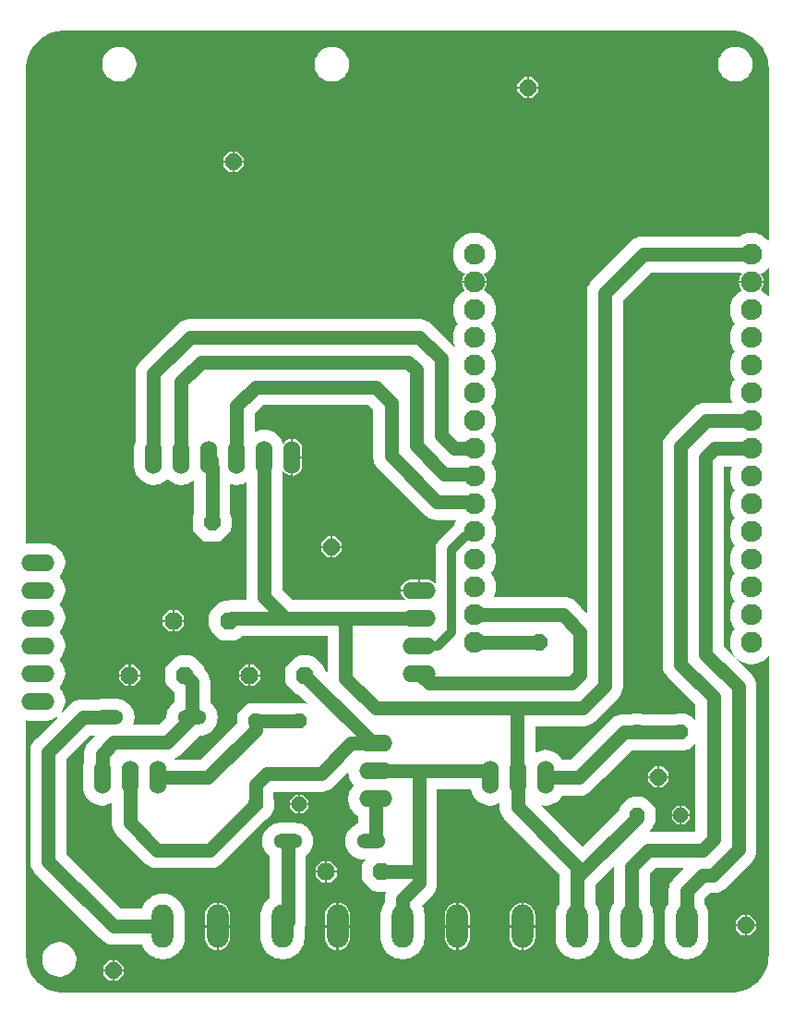
<source format=gbr>
%TF.GenerationSoftware,KiCad,Pcbnew,9.0.2*%
%TF.CreationDate,2025-06-17T11:44:15-05:00*%
%TF.ProjectId,BOARD,424f4152-442e-46b6-9963-61645f706362,rev?*%
%TF.SameCoordinates,Original*%
%TF.FileFunction,Copper,L2,Bot*%
%TF.FilePolarity,Positive*%
%FSLAX46Y46*%
G04 Gerber Fmt 4.6, Leading zero omitted, Abs format (unit mm)*
G04 Created by KiCad (PCBNEW 9.0.2) date 2025-06-17 11:44:15*
%MOMM*%
%LPD*%
G01*
G04 APERTURE LIST*
G04 Aperture macros list*
%AMOutline5P*
0 Free polygon, 5 corners , with rotation*
0 The origin of the aperture is its center*
0 number of corners: always 5*
0 $1 to $10 corner X, Y*
0 $11 Rotation angle, in degrees counterclockwise*
0 create outline with 5 corners*
4,1,5,$1,$2,$3,$4,$5,$6,$7,$8,$9,$10,$1,$2,$11*%
%AMOutline6P*
0 Free polygon, 6 corners , with rotation*
0 The origin of the aperture is its center*
0 number of corners: always 6*
0 $1 to $12 corner X, Y*
0 $13 Rotation angle, in degrees counterclockwise*
0 create outline with 6 corners*
4,1,6,$1,$2,$3,$4,$5,$6,$7,$8,$9,$10,$11,$12,$1,$2,$13*%
%AMOutline7P*
0 Free polygon, 7 corners , with rotation*
0 The origin of the aperture is its center*
0 number of corners: always 7*
0 $1 to $14 corner X, Y*
0 $15 Rotation angle, in degrees counterclockwise*
0 create outline with 7 corners*
4,1,7,$1,$2,$3,$4,$5,$6,$7,$8,$9,$10,$11,$12,$13,$14,$1,$2,$15*%
%AMOutline8P*
0 Free polygon, 8 corners , with rotation*
0 The origin of the aperture is its center*
0 number of corners: always 8*
0 $1 to $16 corner X, Y*
0 $17 Rotation angle, in degrees counterclockwise*
0 create outline with 8 corners*
4,1,8,$1,$2,$3,$4,$5,$6,$7,$8,$9,$10,$11,$12,$13,$14,$15,$16,$1,$2,$17*%
G04 Aperture macros list end*
%TA.AperFunction,ComponentPad*%
%ADD10O,1.981200X3.962400*%
%TD*%
%TA.AperFunction,ComponentPad*%
%ADD11Outline8P,-0.800100X0.331412X-0.331412X0.800100X0.331412X0.800100X0.800100X0.331412X0.800100X-0.331412X0.331412X-0.800100X-0.331412X-0.800100X-0.800100X-0.331412X180.000000*%
%TD*%
%TA.AperFunction,ComponentPad*%
%ADD12Outline8P,-0.762000X0.315631X-0.315631X0.762000X0.315631X0.762000X0.762000X0.315631X0.762000X-0.315631X0.315631X-0.762000X-0.315631X-0.762000X-0.762000X-0.315631X0.000000*%
%TD*%
%TA.AperFunction,ComponentPad*%
%ADD13O,1.524000X3.048000*%
%TD*%
%TA.AperFunction,ComponentPad*%
%ADD14O,3.048000X1.524000*%
%TD*%
%TA.AperFunction,ComponentPad*%
%ADD15Outline8P,-0.660400X0.273547X-0.273547X0.660400X0.273547X0.660400X0.660400X0.273547X0.660400X-0.273547X0.273547X-0.660400X-0.273547X-0.660400X-0.660400X-0.273547X270.000000*%
%TD*%
%TA.AperFunction,ComponentPad*%
%ADD16Outline8P,-0.660400X0.273547X-0.273547X0.660400X0.273547X0.660400X0.660400X0.273547X0.660400X-0.273547X0.273547X-0.660400X-0.273547X-0.660400X-0.660400X-0.273547X90.000000*%
%TD*%
%TA.AperFunction,ComponentPad*%
%ADD17C,1.930400*%
%TD*%
%TA.AperFunction,ComponentPad*%
%ADD18O,2.641600X1.320800*%
%TD*%
%TA.AperFunction,Conductor*%
%ADD19C,1.270000*%
%TD*%
%TA.AperFunction,Conductor*%
%ADD20C,0.812800*%
%TD*%
G04 APERTURE END LIST*
D10*
%TO.P,X2,1*%
%TO.N,V_BAT*%
X148986500Y-143003600D03*
%TO.P,X2,2*%
%TO.N,GND*%
X154015700Y-143003600D03*
%TD*%
D11*
%TO.P,C1,1*%
%TO.N,N$4*%
X129041100Y-120003600D03*
%TO.P,C1,2*%
%TO.N,GND*%
X123961100Y-120003600D03*
%TD*%
D12*
%TO.P,JP4,1*%
%TO.N,GND*%
X160461100Y-66133600D03*
%TD*%
D13*
%TO.P,IC2,1*%
%TO.N,N$1*%
X126521100Y-129373600D03*
%TO.P,IC2,2*%
%TO.N,V_PANEL*%
X123981100Y-129373600D03*
%TO.P,IC2,3*%
%TO.N,N$4*%
X121441100Y-129373600D03*
%TD*%
D14*
%TO.P,SELECT0,1*%
%TO.N,V_CARG*%
X146541100Y-131313600D03*
%TO.P,SELECT0,2*%
%TO.N,V_BAT*%
X146541100Y-128773600D03*
%TO.P,SELECT0,3*%
%TO.N,V_PANEL*%
X146541100Y-126233600D03*
%TD*%
%TO.P,_0,1*%
%TO.N,N/C*%
X115501100Y-122353600D03*
%TO.P,_0,2*%
X115501100Y-119813600D03*
%TO.P,_0,3*%
X115501100Y-117273600D03*
%TO.P,_0,4*%
X115501100Y-114733600D03*
%TO.P,_0,5*%
X115501100Y-112193600D03*
%TO.P,_0,6*%
X115501100Y-109653600D03*
%TD*%
D12*
%TO.P,JP6,1*%
%TO.N,GND*%
X172461100Y-129293600D03*
%TD*%
D15*
%TO.P,R4,1*%
%TO.N,N$1*%
X139501100Y-124193600D03*
%TO.P,R4,2*%
%TO.N,GND*%
X139501100Y-131813600D03*
%TD*%
D12*
%TO.P,JP1,1*%
%TO.N,GND*%
X180461100Y-142893600D03*
%TD*%
D15*
%TO.P,R1,1*%
%TO.N,N$2*%
X170501100Y-125193600D03*
%TO.P,R1,2*%
%TO.N,5V*%
X170501100Y-132813600D03*
%TD*%
D13*
%TO.P,IC1,1*%
%TO.N,N$2*%
X162091100Y-129373600D03*
%TO.P,IC1,2*%
%TO.N,5V*%
X159551100Y-129373600D03*
%TO.P,IC1,3*%
%TO.N,V_BAT*%
X157011100Y-129373600D03*
%TD*%
D11*
%TO.P,C3,1*%
%TO.N,V_BAT*%
X147041100Y-138003600D03*
%TO.P,C3,2*%
%TO.N,GND*%
X141961100Y-138003600D03*
%TD*%
D16*
%TO.P,R3,1*%
%TO.N,V_PANEL*%
X135501100Y-131813600D03*
%TO.P,R3,2*%
%TO.N,N$1*%
X135501100Y-124193600D03*
%TD*%
D14*
%TO.P,RTC0,1*%
%TO.N,GND*%
X150501100Y-112193600D03*
%TO.P,RTC0,2*%
%TO.N,5V*%
X150501100Y-114733600D03*
%TO.P,RTC0,3*%
%TO.N,SDA_RTC*%
X150501100Y-117273600D03*
%TO.P,RTC0,4*%
%TO.N,SCL_RTC*%
X150501100Y-119813600D03*
%TD*%
D15*
%TO.P,R2,1*%
%TO.N,N$2*%
X174501100Y-125193600D03*
%TO.P,R2,2*%
%TO.N,GND*%
X174501100Y-132813600D03*
%TD*%
D12*
%TO.P,JP11,1*%
%TO.N,MOSI_SD*%
X161501100Y-117003600D03*
%TD*%
D17*
%TO.P,BOARD1,3V3*%
%TO.N,N/C*%
X155581100Y-81423600D03*
%TO.P,BOARD1,D1*%
X155581100Y-111903600D03*
%TO.P,BOARD1,D2*%
X155581100Y-89043600D03*
%TO.P,BOARD1,D3*%
X155581100Y-109363600D03*
%TO.P,BOARD1,D4*%
X155581100Y-91583600D03*
%TO.P,BOARD1,D5*%
%TO.N,CS_SD*%
X155581100Y-99203600D03*
%TO.P,BOARD1,D12*%
%TO.N,N/C*%
X180981100Y-89043600D03*
%TO.P,BOARD1,D13*%
X180981100Y-86503600D03*
%TO.P,BOARD1,D14*%
X180981100Y-91583600D03*
%TO.P,BOARD1,D15*%
X155581100Y-86503600D03*
%TO.P,BOARD1,D16*%
X155581100Y-94123600D03*
%TO.P,BOARD1,D17*%
X155581100Y-96663600D03*
%TO.P,BOARD1,D18*%
%TO.N,SCK_SD*%
X155581100Y-101743600D03*
%TO.P,BOARD1,D19*%
%TO.N,MISO_SD*%
X155581100Y-104283600D03*
%TO.P,BOARD1,D21*%
%TO.N,SDA_RTC*%
X155581100Y-106823600D03*
%TO.P,BOARD1,D22*%
%TO.N,SCL_RTC*%
X155581100Y-114443600D03*
%TO.P,BOARD1,D23*%
%TO.N,MOSI_SD*%
X155581100Y-116983600D03*
%TO.P,BOARD1,D25*%
%TO.N,ECHO_SENSOR*%
X180981100Y-99203600D03*
%TO.P,BOARD1,D26*%
%TO.N,TRIGGER_SENSOR*%
X180981100Y-96663600D03*
%TO.P,BOARD1,D27*%
%TO.N,N/C*%
X180981100Y-94123600D03*
%TO.P,BOARD1,D32*%
X180981100Y-104283600D03*
%TO.P,BOARD1,D33*%
X180981100Y-101743600D03*
%TO.P,BOARD1,D34*%
X180981100Y-109363600D03*
%TO.P,BOARD1,D35*%
X180981100Y-106823600D03*
%TO.P,BOARD1,EN*%
X180981100Y-116983600D03*
%TO.P,BOARD1,GND*%
%TO.N,GND*%
X180981100Y-83963600D03*
%TO.P,BOARD1,GND@1*%
X155581100Y-83963600D03*
%TO.P,BOARD1,VIN*%
%TO.N,5V*%
X180981100Y-81423600D03*
%TO.P,BOARD1,VN*%
%TO.N,N/C*%
X180981100Y-111903600D03*
%TO.P,BOARD1,VP*%
X180981100Y-114443600D03*
%TD*%
D12*
%TO.P,JP12,1*%
%TO.N,MOSI_SD*%
X131501100Y-106003600D03*
%TD*%
D10*
%TO.P,X3,1*%
%TO.N,V_CAR*%
X137986500Y-143003600D03*
%TO.P,X3,2*%
%TO.N,GND*%
X143015700Y-143003600D03*
%TD*%
D18*
%TO.P,D2,A*%
%TO.N,V_CAR*%
X138461100Y-135193600D03*
%TO.P,D2,C*%
%TO.N,V_CARG*%
X146081100Y-135193600D03*
%TD*%
D12*
%TO.P,JP5,1*%
%TO.N,GND*%
X142461100Y-108213600D03*
%TD*%
%TO.P,JP2,1*%
%TO.N,GND*%
X133461100Y-72973600D03*
%TD*%
D13*
%TO.P,SD0,1*%
%TO.N,GND*%
X138851100Y-100003600D03*
%TO.P,SD0,2*%
%TO.N,5V*%
X136311100Y-100003600D03*
%TO.P,SD0,3*%
%TO.N,MISO_SD*%
X133771100Y-100003600D03*
%TO.P,SD0,4*%
%TO.N,MOSI_SD*%
X131231100Y-100003600D03*
%TO.P,SD0,5*%
%TO.N,SCK_SD*%
X128691100Y-100003600D03*
%TO.P,SD0,6*%
%TO.N,CS_SD*%
X126151100Y-100003600D03*
%TD*%
D10*
%TO.P,X4,1*%
%TO.N,V_PAN*%
X126986500Y-143003600D03*
%TO.P,X4,2*%
%TO.N,GND*%
X132015700Y-143003600D03*
%TD*%
D18*
%TO.P,D1,A*%
%TO.N,V_PAN*%
X122061100Y-123833600D03*
%TO.P,D1,C*%
%TO.N,N$4*%
X129681100Y-123833600D03*
%TD*%
D11*
%TO.P,C2,1*%
%TO.N,V_PANEL*%
X140041100Y-120003600D03*
%TO.P,C2,2*%
%TO.N,GND*%
X134961100Y-120003600D03*
%TD*%
D10*
%TO.P,X1,1*%
%TO.N,GND*%
X159982700Y-143003600D03*
%TO.P,X1,2*%
%TO.N,5V*%
X165011900Y-143003600D03*
%TO.P,X1,3*%
%TO.N,TRIGGER_SENSOR*%
X169990300Y-143003600D03*
%TO.P,X1,4*%
%TO.N,ECHO_SENSOR*%
X175019500Y-143003600D03*
%TD*%
D11*
%TO.P,C4,1*%
%TO.N,5V*%
X133041100Y-115003600D03*
%TO.P,C4,2*%
%TO.N,GND*%
X127961100Y-115003600D03*
%TD*%
D12*
%TO.P,JP3,1*%
%TO.N,GND*%
X122461100Y-147053600D03*
%TD*%
D19*
%TO.N,5V*%
X167551100Y-120953600D02*
X167551100Y-84953600D01*
X159501100Y-129323600D02*
X159501100Y-123003600D01*
X143771100Y-114733600D02*
X143771100Y-120273600D01*
X159501100Y-123003600D02*
X165501100Y-123003600D01*
X138231100Y-114733600D02*
X136311100Y-112813600D01*
X165011900Y-137514400D02*
X165011900Y-138514400D01*
X143771100Y-114733600D02*
X138231100Y-114733600D01*
X170501100Y-132813600D02*
X170501100Y-133025200D01*
X146501100Y-123003600D02*
X159501100Y-123003600D01*
X136311100Y-112813600D02*
X136311100Y-100003600D01*
X143771100Y-114733600D02*
X143501100Y-115003600D01*
X143771100Y-120273600D02*
X146501100Y-123003600D01*
X171081100Y-81423600D02*
X180981100Y-81423600D01*
X170501100Y-133025200D02*
X165011900Y-138514400D01*
X159551100Y-129373600D02*
X159501100Y-129323600D01*
X150501100Y-114733600D02*
X143771100Y-114733600D01*
X133311100Y-114733600D02*
X138231100Y-114733600D01*
X165501100Y-123003600D02*
X167551100Y-120953600D01*
X165011900Y-138514400D02*
X165011900Y-143003600D01*
X159551100Y-132053600D02*
X165011900Y-137514400D01*
X167551100Y-84953600D02*
X171081100Y-81423600D01*
X159551100Y-129373600D02*
X159551100Y-132053600D01*
X133041100Y-115003600D02*
X133311100Y-114733600D01*
%TO.N,V_BAT*%
X156411100Y-128773600D02*
X157011100Y-129373600D01*
X147041100Y-138003600D02*
X150501100Y-138003600D01*
X150501100Y-128773600D02*
X156411100Y-128773600D01*
X148986500Y-140518200D02*
X150501100Y-139003600D01*
X146541100Y-128773600D02*
X150501100Y-128773600D01*
X150501100Y-139003600D02*
X150501100Y-138003600D01*
X148986500Y-143003600D02*
X148986500Y-140518200D01*
X150501100Y-138003600D02*
X150501100Y-128773600D01*
%TO.N,SCL_RTC*%
X155581100Y-114443600D02*
X163705100Y-114443600D01*
X165265100Y-119953600D02*
X164501100Y-120717600D01*
X163705100Y-114443600D02*
X165265100Y-116003600D01*
X151405100Y-120717600D02*
X150501100Y-119813600D01*
X165265100Y-116003600D02*
X165265100Y-119953600D01*
X164501100Y-120717600D02*
X151405100Y-120717600D01*
D20*
%TO.N,SDA_RTC*%
X155174700Y-107230000D02*
X154697331Y-107230000D01*
X152231100Y-117273600D02*
X150501100Y-117273600D01*
X153447500Y-116057200D02*
X152231100Y-117273600D01*
X153447500Y-108479832D02*
X153447500Y-116057200D01*
X154697331Y-107230000D02*
X153447500Y-108479832D01*
X155581100Y-106823600D02*
X155174700Y-107230000D01*
D19*
%TO.N,N$1*%
X126521100Y-129373600D02*
X131131100Y-129373600D01*
X135501100Y-125003600D02*
X135501100Y-124193600D01*
X131131100Y-129373600D02*
X135501100Y-125003600D01*
X139501100Y-124193600D02*
X135501100Y-124193600D01*
%TO.N,N$2*%
X165131100Y-129373600D02*
X162091100Y-129373600D01*
X169311100Y-125193600D02*
X165131100Y-129373600D01*
X170501100Y-125193600D02*
X174501100Y-125193600D01*
X170501100Y-125193600D02*
X169311100Y-125193600D01*
%TO.N,ECHO_SENSOR*%
X176787100Y-118056707D02*
X179787100Y-121056707D01*
X180981100Y-99203600D02*
X177587100Y-99203600D01*
X179787100Y-135950494D02*
X177447993Y-138289600D01*
X177587100Y-99203600D02*
X176787100Y-100003600D01*
X176787100Y-100003600D02*
X176787100Y-118056707D01*
X176501100Y-138289600D02*
X175019500Y-139771200D01*
X179787100Y-121056707D02*
X179787100Y-135950494D01*
X177447993Y-138289600D02*
X176501100Y-138289600D01*
X175019500Y-139771200D02*
X175019500Y-143003600D01*
%TO.N,TRIGGER_SENSOR*%
X176501100Y-136003600D02*
X171501100Y-136003600D01*
X174501100Y-99003600D02*
X174501100Y-119003600D01*
X170501100Y-137003600D02*
X169990300Y-137514400D01*
X180981100Y-96663600D02*
X176841100Y-96663600D01*
X174501100Y-119003600D02*
X177501100Y-122003600D01*
X177501100Y-122003600D02*
X177501100Y-135003600D01*
X177501100Y-135003600D02*
X176501100Y-136003600D01*
X176841100Y-96663600D02*
X174501100Y-99003600D01*
X171501100Y-136003600D02*
X170501100Y-137003600D01*
X169990300Y-137514400D02*
X169990300Y-143003600D01*
%TO.N,CS_SD*%
X152501100Y-91003600D02*
X152501100Y-98003600D01*
X129501100Y-89003600D02*
X150501100Y-89003600D01*
X153701100Y-99203600D02*
X155581100Y-99203600D01*
X152501100Y-98003600D02*
X153701100Y-99203600D01*
X126151100Y-100003600D02*
X126151100Y-92353600D01*
X126151100Y-92353600D02*
X129501100Y-89003600D01*
X150501100Y-89003600D02*
X152501100Y-91003600D01*
%TO.N,SCK_SD*%
X150215100Y-92003600D02*
X150215100Y-98950494D01*
X128691100Y-93099600D02*
X130501100Y-91289600D01*
X149501100Y-91289600D02*
X150215100Y-92003600D01*
X128691100Y-100003600D02*
X128691100Y-93099600D01*
X150215100Y-98950494D02*
X152830406Y-101565800D01*
X155403300Y-101565800D02*
X155581100Y-101743600D01*
X152830406Y-101565800D02*
X155403300Y-101565800D01*
X130501100Y-91289600D02*
X149501100Y-91289600D01*
%TO.N,MISO_SD*%
X146501100Y-93575600D02*
X147929100Y-95003600D01*
X147929100Y-99897388D02*
X152137512Y-104105800D01*
X152137512Y-104105800D02*
X155403300Y-104105800D01*
X135501100Y-93575600D02*
X146501100Y-93575600D01*
X155403300Y-104105800D02*
X155581100Y-104283600D01*
X133771100Y-100003600D02*
X133771100Y-95305600D01*
X147929100Y-95003600D02*
X147929100Y-99897388D01*
X133771100Y-95305600D02*
X135501100Y-93575600D01*
%TO.N,MOSI_SD*%
X155581100Y-116983600D02*
X161481100Y-116983600D01*
X161481100Y-116983600D02*
X161501100Y-117003600D01*
X131485100Y-100257600D02*
X131485100Y-100950494D01*
X131485100Y-100950494D02*
X131501100Y-100966494D01*
X131501100Y-100966494D02*
X131501100Y-106003600D01*
X131231100Y-100003600D02*
X131485100Y-100257600D01*
%TO.N,V_CAR*%
X138461100Y-142529000D02*
X137986500Y-143003600D01*
X138461100Y-135193600D02*
X138461100Y-142529000D01*
%TO.N,N$4*%
X121441100Y-127179600D02*
X121441100Y-129373600D01*
X129681100Y-120643600D02*
X129681100Y-123833600D01*
X122501100Y-126119600D02*
X121441100Y-127179600D01*
X127395100Y-126119600D02*
X122501100Y-126119600D01*
X129041100Y-120003600D02*
X129681100Y-120643600D01*
X129681100Y-123833600D02*
X127395100Y-126119600D01*
%TO.N,V_PANEL*%
X136501100Y-129003600D02*
X141501100Y-129003600D01*
X123981100Y-133483600D02*
X126501100Y-136003600D01*
X144271100Y-126233600D02*
X146541100Y-126233600D01*
X145731100Y-126233600D02*
X146541100Y-126233600D01*
X135501100Y-131813600D02*
X135501100Y-130003600D01*
X141501100Y-129003600D02*
X144271100Y-126233600D01*
X126501100Y-136003600D02*
X131311100Y-136003600D01*
X140041100Y-120003600D02*
X146271100Y-126233600D01*
X135501100Y-130003600D02*
X136501100Y-129003600D01*
X131311100Y-136003600D02*
X135501100Y-131813600D01*
X123981100Y-129373600D02*
X123981100Y-133483600D01*
X146271100Y-126233600D02*
X146541100Y-126233600D01*
%TO.N,V_PAN*%
X119671100Y-123833600D02*
X116501100Y-127003600D01*
X116501100Y-137003600D02*
X122501100Y-143003600D01*
X122501100Y-143003600D02*
X126986500Y-143003600D01*
X116501100Y-127003600D02*
X116501100Y-137003600D01*
X122061100Y-123833600D02*
X119671100Y-123833600D01*
%TO.N,V_CARG*%
X146541100Y-134733600D02*
X146081100Y-135193600D01*
X146541100Y-131313600D02*
X146541100Y-134733600D01*
%TD*%
%TA.AperFunction,Conductor*%
%TO.N,GND*%
G36*
X179179876Y-100864106D02*
G01*
X179188882Y-100885850D01*
X179186541Y-100897618D01*
X179100545Y-101105227D01*
X179100539Y-101105242D01*
X179033307Y-101356160D01*
X178999400Y-101613714D01*
X178999400Y-101873485D01*
X179033307Y-102131039D01*
X179100539Y-102381957D01*
X179100545Y-102381973D01*
X179199951Y-102621957D01*
X179199954Y-102621964D01*
X179329841Y-102846936D01*
X179407778Y-102948505D01*
X179443363Y-102994881D01*
X179449454Y-103017614D01*
X179443363Y-103032319D01*
X179329838Y-103180268D01*
X179199959Y-103405226D01*
X179199951Y-103405242D01*
X179100545Y-103645226D01*
X179100539Y-103645242D01*
X179033307Y-103896160D01*
X178999400Y-104153714D01*
X178999400Y-104413485D01*
X179033307Y-104671039D01*
X179100539Y-104921957D01*
X179100545Y-104921973D01*
X179199951Y-105161957D01*
X179199954Y-105161964D01*
X179199957Y-105161970D01*
X179199959Y-105161973D01*
X179317463Y-105365497D01*
X179329841Y-105386936D01*
X179407778Y-105488505D01*
X179443363Y-105534881D01*
X179449454Y-105557614D01*
X179443363Y-105572319D01*
X179329838Y-105720268D01*
X179199959Y-105945226D01*
X179199951Y-105945242D01*
X179100545Y-106185226D01*
X179100539Y-106185242D01*
X179033307Y-106436160D01*
X178999400Y-106693714D01*
X178999400Y-106953485D01*
X179033307Y-107211039D01*
X179100539Y-107461957D01*
X179100545Y-107461973D01*
X179199951Y-107701957D01*
X179199954Y-107701964D01*
X179199957Y-107701970D01*
X179199959Y-107701973D01*
X179317482Y-107905530D01*
X179329841Y-107926936D01*
X179359717Y-107965871D01*
X179443363Y-108074881D01*
X179449454Y-108097614D01*
X179443363Y-108112319D01*
X179329838Y-108260268D01*
X179199959Y-108485226D01*
X179199951Y-108485242D01*
X179100545Y-108725226D01*
X179100539Y-108725242D01*
X179033307Y-108976160D01*
X178999400Y-109233714D01*
X178999400Y-109493485D01*
X179033307Y-109751039D01*
X179100539Y-110001957D01*
X179100545Y-110001973D01*
X179193551Y-110226506D01*
X179199954Y-110241964D01*
X179199957Y-110241970D01*
X179199959Y-110241973D01*
X179329838Y-110466931D01*
X179329841Y-110466936D01*
X179407778Y-110568505D01*
X179443363Y-110614881D01*
X179449454Y-110637614D01*
X179443363Y-110652319D01*
X179329838Y-110800268D01*
X179199959Y-111025226D01*
X179199951Y-111025242D01*
X179100545Y-111265226D01*
X179100539Y-111265242D01*
X179033307Y-111516160D01*
X178999400Y-111773714D01*
X178999400Y-112033485D01*
X179033307Y-112291039D01*
X179100539Y-112541957D01*
X179100545Y-112541973D01*
X179152326Y-112666981D01*
X179199954Y-112781964D01*
X179199957Y-112781970D01*
X179199959Y-112781973D01*
X179317483Y-112985531D01*
X179329841Y-113006936D01*
X179401030Y-113099711D01*
X179443363Y-113154881D01*
X179449454Y-113177614D01*
X179443363Y-113192319D01*
X179329838Y-113340268D01*
X179199959Y-113565226D01*
X179199951Y-113565242D01*
X179100545Y-113805226D01*
X179100539Y-113805242D01*
X179033307Y-114056160D01*
X178999400Y-114313714D01*
X178999400Y-114573485D01*
X179033307Y-114831039D01*
X179100539Y-115081957D01*
X179100545Y-115081973D01*
X179171444Y-115253136D01*
X179199954Y-115321964D01*
X179199957Y-115321970D01*
X179199959Y-115321973D01*
X179329838Y-115546931D01*
X179329841Y-115546936D01*
X179394739Y-115631512D01*
X179443363Y-115694881D01*
X179449454Y-115717614D01*
X179443363Y-115732319D01*
X179329838Y-115880268D01*
X179199959Y-116105226D01*
X179199951Y-116105242D01*
X179100545Y-116345226D01*
X179100539Y-116345242D01*
X179033307Y-116596160D01*
X178999400Y-116853714D01*
X178999400Y-117113485D01*
X179033307Y-117371039D01*
X179100539Y-117621957D01*
X179100545Y-117621973D01*
X179175114Y-117801996D01*
X179199954Y-117861964D01*
X179199957Y-117861970D01*
X179199959Y-117861973D01*
X179329838Y-118086931D01*
X179329841Y-118086936D01*
X179487982Y-118293029D01*
X179671671Y-118476718D01*
X179877764Y-118634859D01*
X180102736Y-118764746D01*
X180214546Y-118811059D01*
X180342726Y-118864154D01*
X180342742Y-118864160D01*
X180593660Y-118931392D01*
X180851213Y-118965300D01*
X180851218Y-118965300D01*
X181110982Y-118965300D01*
X181110987Y-118965300D01*
X181368540Y-118931392D01*
X181470365Y-118904108D01*
X181619457Y-118864160D01*
X181619460Y-118864158D01*
X181619463Y-118864158D01*
X181859464Y-118764746D01*
X182084436Y-118634859D01*
X182290529Y-118476718D01*
X182474218Y-118293029D01*
X182509454Y-118247107D01*
X182529836Y-118235340D01*
X182552569Y-118241431D01*
X182564337Y-118261813D01*
X182564600Y-118265827D01*
X182564600Y-145590250D01*
X182564558Y-145591859D01*
X182545720Y-145951319D01*
X182545383Y-145954520D01*
X182488941Y-146310873D01*
X182488272Y-146314022D01*
X182394890Y-146662530D01*
X182393896Y-146665591D01*
X182264590Y-147002444D01*
X182263280Y-147005384D01*
X182099485Y-147326851D01*
X182097876Y-147329639D01*
X181901364Y-147632239D01*
X181899472Y-147634843D01*
X181672414Y-147915235D01*
X181670261Y-147917627D01*
X181415126Y-148172762D01*
X181412734Y-148174915D01*
X181132341Y-148401973D01*
X181129737Y-148403865D01*
X180827137Y-148600377D01*
X180824349Y-148601986D01*
X180502882Y-148765781D01*
X180499942Y-148767091D01*
X180163089Y-148896396D01*
X180160028Y-148897390D01*
X179811520Y-148990773D01*
X179808371Y-148991442D01*
X179452019Y-149047883D01*
X179448818Y-149048220D01*
X179089357Y-149067058D01*
X179087748Y-149067100D01*
X117914451Y-149067100D01*
X117912842Y-149067058D01*
X117553381Y-149048220D01*
X117550180Y-149047883D01*
X117193827Y-148991441D01*
X117190678Y-148990772D01*
X116842170Y-148897390D01*
X116839109Y-148896396D01*
X116502256Y-148767090D01*
X116499316Y-148765780D01*
X116350150Y-148689776D01*
X116177844Y-148601982D01*
X116175063Y-148600377D01*
X116013269Y-148495307D01*
X115872461Y-148403865D01*
X115869857Y-148401973D01*
X115589464Y-148174915D01*
X115587072Y-148172762D01*
X115331937Y-147917627D01*
X115329784Y-147915235D01*
X115102726Y-147634842D01*
X115100834Y-147632238D01*
X115067105Y-147580300D01*
X114904317Y-147329627D01*
X114902715Y-147326851D01*
X114738917Y-147005379D01*
X114737611Y-147002448D01*
X114608300Y-146665583D01*
X114607311Y-146662537D01*
X114513705Y-146313192D01*
X114512826Y-146308451D01*
X114496604Y-146154111D01*
X114480785Y-146003600D01*
X114467954Y-145881517D01*
X114467742Y-145879504D01*
X115924400Y-145879504D01*
X115924400Y-146127695D01*
X115963223Y-146372808D01*
X116039914Y-146608842D01*
X116039916Y-146608847D01*
X116152580Y-146829961D01*
X116152588Y-146829974D01*
X116298456Y-147030745D01*
X116298458Y-147030747D01*
X116298461Y-147030751D01*
X116473949Y-147206239D01*
X116473952Y-147206241D01*
X116473954Y-147206243D01*
X116533742Y-147249681D01*
X116674729Y-147352114D01*
X116674734Y-147352116D01*
X116674738Y-147352119D01*
X116895852Y-147464783D01*
X116895857Y-147464785D01*
X117131889Y-147541476D01*
X117314380Y-147570380D01*
X117377004Y-147580299D01*
X117377005Y-147580299D01*
X117377011Y-147580300D01*
X117377017Y-147580300D01*
X117625183Y-147580300D01*
X117625189Y-147580300D01*
X117870311Y-147541476D01*
X118106343Y-147464785D01*
X118327471Y-147352114D01*
X118528251Y-147206239D01*
X118592389Y-147142101D01*
X121522099Y-147142101D01*
X121522099Y-147386664D01*
X121532370Y-147438293D01*
X121532370Y-147438294D01*
X121561609Y-147482055D01*
X121561611Y-147482057D01*
X122032644Y-147953091D01*
X122032646Y-147953093D01*
X122076405Y-147982330D01*
X122128032Y-147992599D01*
X122128033Y-147992600D01*
X122372599Y-147992600D01*
X122372600Y-147992599D01*
X122372600Y-147555806D01*
X122394220Y-147561600D01*
X122527980Y-147561600D01*
X122549600Y-147555806D01*
X122549600Y-147992599D01*
X122549601Y-147992600D01*
X122794164Y-147992600D01*
X122845793Y-147982329D01*
X122845794Y-147982329D01*
X122889555Y-147953090D01*
X122889557Y-147953088D01*
X123360591Y-147482055D01*
X123360593Y-147482053D01*
X123389830Y-147438294D01*
X123400099Y-147386667D01*
X123400100Y-147386667D01*
X123400100Y-147142101D01*
X123400099Y-147142100D01*
X122963307Y-147142100D01*
X122969100Y-147120480D01*
X122969100Y-146986720D01*
X122963307Y-146965100D01*
X123400100Y-146965100D01*
X123400101Y-146965099D01*
X123400101Y-146720535D01*
X123389829Y-146668906D01*
X123389829Y-146668905D01*
X123360590Y-146625144D01*
X123360588Y-146625142D01*
X122889555Y-146154108D01*
X122889553Y-146154106D01*
X122845794Y-146124869D01*
X122794167Y-146114600D01*
X122794166Y-146114599D01*
X122549600Y-146114599D01*
X122549600Y-146551393D01*
X122527980Y-146545600D01*
X122394220Y-146545600D01*
X122372600Y-146551393D01*
X122372600Y-146114600D01*
X122372599Y-146114599D01*
X122128035Y-146114599D01*
X122076406Y-146124870D01*
X122076405Y-146124870D01*
X122032644Y-146154109D01*
X122032642Y-146154111D01*
X121561608Y-146625144D01*
X121561606Y-146625146D01*
X121532369Y-146668905D01*
X121522100Y-146720532D01*
X121522100Y-146965099D01*
X121522101Y-146965100D01*
X121958893Y-146965100D01*
X121953100Y-146986720D01*
X121953100Y-147120480D01*
X121958893Y-147142100D01*
X121522100Y-147142100D01*
X121522099Y-147142101D01*
X118592389Y-147142101D01*
X118703739Y-147030751D01*
X118849614Y-146829971D01*
X118884812Y-146760892D01*
X118913259Y-146705063D01*
X118962283Y-146608847D01*
X118962285Y-146608842D01*
X118976701Y-146564474D01*
X119038976Y-146372811D01*
X119077800Y-146127689D01*
X119077800Y-145879511D01*
X119038976Y-145634389D01*
X118962285Y-145398357D01*
X118962283Y-145398352D01*
X118849619Y-145177238D01*
X118849616Y-145177234D01*
X118849614Y-145177229D01*
X118817515Y-145133049D01*
X118703743Y-144976454D01*
X118703741Y-144976452D01*
X118703739Y-144976449D01*
X118528251Y-144800961D01*
X118528247Y-144800958D01*
X118528245Y-144800956D01*
X118327474Y-144655088D01*
X118327461Y-144655080D01*
X118106347Y-144542416D01*
X118106342Y-144542414D01*
X117870308Y-144465723D01*
X117625195Y-144426900D01*
X117625189Y-144426900D01*
X117377011Y-144426900D01*
X117377004Y-144426900D01*
X117131891Y-144465723D01*
X116895857Y-144542414D01*
X116895852Y-144542416D01*
X116674738Y-144655080D01*
X116674725Y-144655088D01*
X116473954Y-144800956D01*
X116298456Y-144976454D01*
X116152588Y-145177225D01*
X116152580Y-145177238D01*
X116039916Y-145398352D01*
X116039914Y-145398357D01*
X115963223Y-145634391D01*
X115924400Y-145879504D01*
X114467742Y-145879504D01*
X114437768Y-145594320D01*
X114437600Y-145591106D01*
X114437600Y-124142816D01*
X114446606Y-124121072D01*
X114468350Y-124112066D01*
X114472349Y-124112328D01*
X114622531Y-124132100D01*
X114622536Y-124132100D01*
X116379664Y-124132100D01*
X116379669Y-124132100D01*
X116610813Y-124101669D01*
X116836007Y-124041329D01*
X117051398Y-123952111D01*
X117066296Y-123943510D01*
X117092496Y-123928382D01*
X117240973Y-123842659D01*
X117264306Y-123839588D01*
X117282977Y-123853915D01*
X117286049Y-123877249D01*
X117278091Y-123891034D01*
X115425220Y-125743906D01*
X115425219Y-125743905D01*
X115241405Y-125927720D01*
X115241402Y-125927723D01*
X115088612Y-126138021D01*
X115088604Y-126138034D01*
X114970596Y-126369639D01*
X114970594Y-126369644D01*
X114890264Y-126616875D01*
X114849600Y-126873617D01*
X114849600Y-137133582D01*
X114890264Y-137390324D01*
X114970594Y-137637555D01*
X114970596Y-137637560D01*
X115088604Y-137869165D01*
X115088612Y-137869178D01*
X115241401Y-138079474D01*
X115241403Y-138079476D01*
X115241406Y-138079480D01*
X121241403Y-144079476D01*
X121241406Y-144079480D01*
X121425220Y-144263294D01*
X121425223Y-144263296D01*
X121425225Y-144263298D01*
X121592731Y-144384998D01*
X121635525Y-144416090D01*
X121635530Y-144416092D01*
X121635534Y-144416095D01*
X121867139Y-144534103D01*
X121867144Y-144534105D01*
X122114372Y-144614435D01*
X122305533Y-144644711D01*
X122371117Y-144655099D01*
X122371118Y-144655099D01*
X122371124Y-144655100D01*
X125067238Y-144655100D01*
X125088982Y-144664106D01*
X125095647Y-144674083D01*
X125182518Y-144883811D01*
X125182529Y-144883832D01*
X125314073Y-145111673D01*
X125314076Y-145111678D01*
X125474244Y-145320413D01*
X125660287Y-145506456D01*
X125869022Y-145666624D01*
X126096877Y-145798176D01*
X126339954Y-145898862D01*
X126594094Y-145966958D01*
X126854948Y-146001300D01*
X126854953Y-146001300D01*
X127118047Y-146001300D01*
X127118052Y-146001300D01*
X127378906Y-145966958D01*
X127633046Y-145898862D01*
X127876123Y-145798176D01*
X128103978Y-145666624D01*
X128312713Y-145506456D01*
X128498756Y-145320413D01*
X128658924Y-145111678D01*
X128790476Y-144883823D01*
X128891162Y-144640746D01*
X128959258Y-144386606D01*
X128993600Y-144125752D01*
X128993600Y-141921102D01*
X130848100Y-141921102D01*
X130848100Y-142915099D01*
X130848101Y-142915100D01*
X131359966Y-142915100D01*
X131355300Y-142938556D01*
X131355300Y-143068644D01*
X131359966Y-143092100D01*
X130848101Y-143092100D01*
X130848100Y-143092101D01*
X130848100Y-144086097D01*
X130876850Y-144267611D01*
X130933642Y-144442402D01*
X130933644Y-144442407D01*
X131017073Y-144606146D01*
X131017081Y-144606159D01*
X131125100Y-144754834D01*
X131255065Y-144884799D01*
X131403740Y-144992818D01*
X131403753Y-144992826D01*
X131567492Y-145076255D01*
X131567497Y-145076257D01*
X131742288Y-145133049D01*
X131923802Y-145161799D01*
X131923814Y-145161800D01*
X131927199Y-145161800D01*
X131927200Y-145161799D01*
X131927200Y-143659334D01*
X131950656Y-143664000D01*
X132080744Y-143664000D01*
X132104200Y-143659334D01*
X132104200Y-145161799D01*
X132104201Y-145161800D01*
X132107586Y-145161800D01*
X132107597Y-145161799D01*
X132289111Y-145133049D01*
X132463902Y-145076257D01*
X132463907Y-145076255D01*
X132627646Y-144992826D01*
X132627659Y-144992818D01*
X132776334Y-144884799D01*
X132906299Y-144754834D01*
X133014318Y-144606159D01*
X133014326Y-144606146D01*
X133097755Y-144442407D01*
X133097757Y-144442402D01*
X133154549Y-144267611D01*
X133183299Y-144086097D01*
X133183300Y-144086086D01*
X133183300Y-143092101D01*
X133183299Y-143092100D01*
X132671434Y-143092100D01*
X132676100Y-143068644D01*
X132676100Y-142938556D01*
X132671434Y-142915100D01*
X133183299Y-142915100D01*
X133183300Y-142915099D01*
X133183300Y-141921113D01*
X133183299Y-141921101D01*
X133177621Y-141885251D01*
X133177019Y-141881449D01*
X135979400Y-141881449D01*
X135979400Y-144125750D01*
X136013741Y-144386605D01*
X136081837Y-144640745D01*
X136101677Y-144688642D01*
X136182524Y-144883823D01*
X136182527Y-144883829D01*
X136182529Y-144883832D01*
X136314073Y-145111673D01*
X136314076Y-145111678D01*
X136474244Y-145320413D01*
X136660287Y-145506456D01*
X136869022Y-145666624D01*
X137096877Y-145798176D01*
X137339954Y-145898862D01*
X137594094Y-145966958D01*
X137854948Y-146001300D01*
X137854953Y-146001300D01*
X138118047Y-146001300D01*
X138118052Y-146001300D01*
X138378906Y-145966958D01*
X138633046Y-145898862D01*
X138876123Y-145798176D01*
X139103978Y-145666624D01*
X139312713Y-145506456D01*
X139498756Y-145320413D01*
X139658924Y-145111678D01*
X139790476Y-144883823D01*
X139891162Y-144640746D01*
X139959258Y-144386606D01*
X139993600Y-144125752D01*
X139993600Y-143161686D01*
X139995105Y-143152184D01*
X140014627Y-143092101D01*
X140071935Y-142915727D01*
X140112600Y-142658976D01*
X140112600Y-142399024D01*
X140112600Y-141921102D01*
X141848100Y-141921102D01*
X141848100Y-142915099D01*
X141848101Y-142915100D01*
X142359966Y-142915100D01*
X142355300Y-142938556D01*
X142355300Y-143068644D01*
X142359966Y-143092100D01*
X141848101Y-143092100D01*
X141848100Y-143092101D01*
X141848100Y-144086097D01*
X141876850Y-144267611D01*
X141933642Y-144442402D01*
X141933644Y-144442407D01*
X142017073Y-144606146D01*
X142017081Y-144606159D01*
X142125100Y-144754834D01*
X142255065Y-144884799D01*
X142403740Y-144992818D01*
X142403753Y-144992826D01*
X142567492Y-145076255D01*
X142567497Y-145076257D01*
X142742288Y-145133049D01*
X142923802Y-145161799D01*
X142923814Y-145161800D01*
X142927199Y-145161800D01*
X142927200Y-145161799D01*
X142927200Y-143659334D01*
X142950656Y-143664000D01*
X143080744Y-143664000D01*
X143104200Y-143659334D01*
X143104200Y-145161799D01*
X143104201Y-145161800D01*
X143107586Y-145161800D01*
X143107597Y-145161799D01*
X143289111Y-145133049D01*
X143463902Y-145076257D01*
X143463907Y-145076255D01*
X143627646Y-144992826D01*
X143627659Y-144992818D01*
X143776334Y-144884799D01*
X143906299Y-144754834D01*
X144014318Y-144606159D01*
X144014326Y-144606146D01*
X144097755Y-144442407D01*
X144097757Y-144442402D01*
X144154549Y-144267611D01*
X144183299Y-144086097D01*
X144183300Y-144086086D01*
X144183300Y-143092101D01*
X144183299Y-143092100D01*
X143671434Y-143092100D01*
X143676100Y-143068644D01*
X143676100Y-142938556D01*
X143671434Y-142915100D01*
X144183299Y-142915100D01*
X144183300Y-142915099D01*
X144183300Y-141921113D01*
X144183299Y-141921102D01*
X144154549Y-141739588D01*
X144097757Y-141564797D01*
X144097755Y-141564792D01*
X144014326Y-141401053D01*
X144014318Y-141401040D01*
X143906299Y-141252365D01*
X143776334Y-141122400D01*
X143627659Y-141014381D01*
X143627646Y-141014373D01*
X143463907Y-140930944D01*
X143463902Y-140930942D01*
X143289111Y-140874150D01*
X143107597Y-140845400D01*
X143104201Y-140845400D01*
X143104200Y-140845401D01*
X143104200Y-142347865D01*
X143080744Y-142343200D01*
X142950656Y-142343200D01*
X142927200Y-142347865D01*
X142927200Y-140845401D01*
X142927199Y-140845400D01*
X142923802Y-140845400D01*
X142742288Y-140874150D01*
X142567497Y-140930942D01*
X142567492Y-140930944D01*
X142403753Y-141014373D01*
X142403740Y-141014381D01*
X142255065Y-141122400D01*
X142125100Y-141252365D01*
X142017081Y-141401040D01*
X142017073Y-141401053D01*
X141933644Y-141564792D01*
X141933642Y-141564797D01*
X141876850Y-141739588D01*
X141848100Y-141921102D01*
X140112600Y-141921102D01*
X140112600Y-137598873D01*
X140984000Y-137598873D01*
X140984000Y-137915099D01*
X140984001Y-137915100D01*
X141564077Y-137915100D01*
X141554700Y-137950096D01*
X141554700Y-138057104D01*
X141564077Y-138092100D01*
X140984001Y-138092100D01*
X140984000Y-138092101D01*
X140984000Y-138408326D01*
X141556374Y-138980700D01*
X141872599Y-138980700D01*
X141872600Y-138980699D01*
X141872600Y-138400623D01*
X141907596Y-138410000D01*
X142014604Y-138410000D01*
X142049600Y-138400623D01*
X142049600Y-138980699D01*
X142049601Y-138980700D01*
X142365827Y-138980700D01*
X142938200Y-138408326D01*
X142938200Y-138092101D01*
X142938199Y-138092100D01*
X142358123Y-138092100D01*
X142367500Y-138057104D01*
X142367500Y-137950096D01*
X142358123Y-137915100D01*
X142938199Y-137915100D01*
X142938200Y-137915099D01*
X142938200Y-137598873D01*
X142365826Y-137026500D01*
X142049601Y-137026500D01*
X142049600Y-137026501D01*
X142049600Y-137606576D01*
X142014604Y-137597200D01*
X141907596Y-137597200D01*
X141872600Y-137606576D01*
X141872600Y-137026501D01*
X141872599Y-137026500D01*
X141556373Y-137026500D01*
X140984000Y-137598873D01*
X140112600Y-137598873D01*
X140112600Y-136561952D01*
X140121606Y-136540208D01*
X140124631Y-136537556D01*
X140229529Y-136457065D01*
X140384965Y-136301629D01*
X140518783Y-136127235D01*
X140628693Y-135936865D01*
X140712814Y-135733778D01*
X140769708Y-135521449D01*
X140798400Y-135303510D01*
X140798400Y-135083690D01*
X140769708Y-134865751D01*
X140712814Y-134653422D01*
X140712814Y-134653421D01*
X140712813Y-134653418D01*
X140628698Y-134450346D01*
X140628695Y-134450341D01*
X140628693Y-134450335D01*
X140518783Y-134259965D01*
X140384965Y-134085571D01*
X140229529Y-133930135D01*
X140055135Y-133796317D01*
X139864765Y-133686407D01*
X139864762Y-133686405D01*
X139864753Y-133686401D01*
X139661681Y-133602286D01*
X139661678Y-133602285D01*
X139449348Y-133545391D01*
X139282116Y-133523375D01*
X139231410Y-133516700D01*
X137690790Y-133516700D01*
X137665436Y-133520037D01*
X137472851Y-133545391D01*
X137260521Y-133602285D01*
X137260518Y-133602286D01*
X137057446Y-133686401D01*
X137057425Y-133686412D01*
X136867069Y-133796314D01*
X136692675Y-133930131D01*
X136537231Y-134085575D01*
X136403414Y-134259969D01*
X136293512Y-134450325D01*
X136293501Y-134450346D01*
X136209386Y-134653418D01*
X136209385Y-134653421D01*
X136152491Y-134865751D01*
X136123800Y-135083691D01*
X136123800Y-135303508D01*
X136152491Y-135521448D01*
X136209385Y-135733778D01*
X136209386Y-135733781D01*
X136293501Y-135936853D01*
X136293505Y-135936862D01*
X136293507Y-135936865D01*
X136403417Y-136127235D01*
X136537235Y-136301629D01*
X136692671Y-136457065D01*
X136692675Y-136457068D01*
X136797569Y-136537556D01*
X136809337Y-136557938D01*
X136809600Y-136561952D01*
X136809600Y-140371007D01*
X136800594Y-140392751D01*
X136797569Y-140395403D01*
X136660291Y-140500740D01*
X136474240Y-140686791D01*
X136314073Y-140895526D01*
X136182529Y-141123367D01*
X136182521Y-141123383D01*
X136081837Y-141366454D01*
X136013741Y-141620594D01*
X135979400Y-141881449D01*
X133177019Y-141881449D01*
X133154549Y-141739587D01*
X133097757Y-141564797D01*
X133097755Y-141564792D01*
X133014326Y-141401053D01*
X133014318Y-141401040D01*
X132906299Y-141252365D01*
X132776334Y-141122400D01*
X132627659Y-141014381D01*
X132627646Y-141014373D01*
X132463907Y-140930944D01*
X132463902Y-140930942D01*
X132289111Y-140874150D01*
X132107597Y-140845400D01*
X132104201Y-140845400D01*
X132104200Y-140845401D01*
X132104200Y-142347865D01*
X132080744Y-142343200D01*
X131950656Y-142343200D01*
X131927200Y-142347865D01*
X131927200Y-140845401D01*
X131927199Y-140845400D01*
X131923802Y-140845400D01*
X131742288Y-140874150D01*
X131567497Y-140930942D01*
X131567492Y-140930944D01*
X131403753Y-141014373D01*
X131403740Y-141014381D01*
X131255065Y-141122400D01*
X131125100Y-141252365D01*
X131017081Y-141401040D01*
X131017073Y-141401053D01*
X130933644Y-141564792D01*
X130933642Y-141564797D01*
X130876850Y-141739588D01*
X130848100Y-141921102D01*
X128993600Y-141921102D01*
X128993600Y-141881448D01*
X128959258Y-141620594D01*
X128891162Y-141366454D01*
X128790476Y-141123377D01*
X128658924Y-140895522D01*
X128498756Y-140686787D01*
X128312713Y-140500744D01*
X128103978Y-140340576D01*
X127876123Y-140209024D01*
X127876116Y-140209021D01*
X127633045Y-140108337D01*
X127378905Y-140040241D01*
X127178743Y-140013890D01*
X127118052Y-140005900D01*
X126854948Y-140005900D01*
X126824602Y-140009895D01*
X126594094Y-140040241D01*
X126339954Y-140108337D01*
X126096883Y-140209021D01*
X126096867Y-140209029D01*
X125869026Y-140340573D01*
X125660291Y-140500740D01*
X125474240Y-140686791D01*
X125314073Y-140895526D01*
X125182529Y-141123367D01*
X125182518Y-141123388D01*
X125095647Y-141333117D01*
X125079006Y-141349759D01*
X125067238Y-141352100D01*
X123197911Y-141352100D01*
X123176167Y-141343094D01*
X118161606Y-136328532D01*
X118152600Y-136306788D01*
X118152600Y-127700412D01*
X118161606Y-127678668D01*
X120346168Y-125494106D01*
X120367912Y-125485100D01*
X120725788Y-125485100D01*
X120747532Y-125494106D01*
X120756538Y-125515850D01*
X120747532Y-125537593D01*
X120365220Y-125919905D01*
X120365220Y-125919906D01*
X120365219Y-125919905D01*
X120181405Y-126103720D01*
X120181402Y-126103723D01*
X120028612Y-126314021D01*
X120028604Y-126314034D01*
X119910596Y-126545639D01*
X119910594Y-126545644D01*
X119830264Y-126792875D01*
X119789600Y-127049617D01*
X119789600Y-127945112D01*
X119787259Y-127956880D01*
X119753370Y-128038693D01*
X119693030Y-128263887D01*
X119662600Y-128495032D01*
X119662600Y-130252167D01*
X119693030Y-130483312D01*
X119753370Y-130708506D01*
X119834390Y-130904105D01*
X119842589Y-130923898D01*
X119842592Y-130923904D01*
X119842594Y-130923907D01*
X119953954Y-131116788D01*
X119959158Y-131125802D01*
X120101084Y-131310763D01*
X120265937Y-131475616D01*
X120450898Y-131617542D01*
X120652802Y-131734111D01*
X120868193Y-131823329D01*
X121093387Y-131883669D01*
X121324531Y-131914100D01*
X121324536Y-131914100D01*
X121557664Y-131914100D01*
X121557669Y-131914100D01*
X121788813Y-131883669D01*
X122014007Y-131823329D01*
X122229398Y-131734111D01*
X122229409Y-131734105D01*
X122246040Y-131724502D01*
X122283475Y-131702888D01*
X122306808Y-131699817D01*
X122325480Y-131714144D01*
X122329600Y-131729519D01*
X122329600Y-133613582D01*
X122370264Y-133870324D01*
X122450594Y-134117555D01*
X122450596Y-134117560D01*
X122568604Y-134349165D01*
X122568612Y-134349178D01*
X122721401Y-134559474D01*
X122721403Y-134559476D01*
X122721406Y-134559480D01*
X125241406Y-137079480D01*
X125241405Y-137079480D01*
X125425220Y-137263294D01*
X125425223Y-137263297D01*
X125579912Y-137375685D01*
X125635525Y-137416090D01*
X125635530Y-137416092D01*
X125635534Y-137416095D01*
X125867139Y-137534103D01*
X125867144Y-137534105D01*
X126114373Y-137614435D01*
X126260355Y-137637556D01*
X126371117Y-137655099D01*
X126371118Y-137655099D01*
X126371124Y-137655100D01*
X126371130Y-137655100D01*
X131441070Y-137655100D01*
X131441076Y-137655100D01*
X131697827Y-137614435D01*
X131945056Y-137534105D01*
X132176675Y-137416090D01*
X132386980Y-137263294D01*
X136312237Y-133338035D01*
X136316886Y-133334220D01*
X136422628Y-133263567D01*
X136951068Y-132735128D01*
X137062310Y-132568640D01*
X137138936Y-132383649D01*
X137178000Y-132187264D01*
X137177999Y-131760096D01*
X137177999Y-131466738D01*
X138663700Y-131466738D01*
X138663700Y-131725099D01*
X138663701Y-131725100D01*
X139104077Y-131725100D01*
X139094700Y-131760096D01*
X139094700Y-131867104D01*
X139104077Y-131902100D01*
X138663701Y-131902100D01*
X138663700Y-131902101D01*
X138663700Y-132160461D01*
X139154239Y-132651000D01*
X139412599Y-132651000D01*
X139412600Y-132650999D01*
X139412600Y-132210623D01*
X139447596Y-132220000D01*
X139554604Y-132220000D01*
X139589600Y-132210623D01*
X139589600Y-132650999D01*
X139589601Y-132651000D01*
X139847962Y-132651000D01*
X140338500Y-132160461D01*
X140338500Y-131902101D01*
X140338499Y-131902100D01*
X139898123Y-131902100D01*
X139907500Y-131867104D01*
X139907500Y-131760096D01*
X139898123Y-131725100D01*
X140338499Y-131725100D01*
X140338500Y-131725099D01*
X140338500Y-131466738D01*
X139847961Y-130976200D01*
X139589601Y-130976200D01*
X139589600Y-130976201D01*
X139589600Y-131416576D01*
X139554604Y-131407200D01*
X139447596Y-131407200D01*
X139412600Y-131416576D01*
X139412600Y-130976201D01*
X139412599Y-130976200D01*
X139154238Y-130976200D01*
X138663700Y-131466738D01*
X137177999Y-131466738D01*
X137177999Y-131460621D01*
X137177999Y-131439935D01*
X137177998Y-131439934D01*
X137153191Y-131315213D01*
X137152600Y-131309214D01*
X137152600Y-130700412D01*
X137161606Y-130678668D01*
X137176168Y-130664106D01*
X137197912Y-130655100D01*
X141631070Y-130655100D01*
X141631076Y-130655100D01*
X141887827Y-130614435D01*
X142135056Y-130534105D01*
X142366675Y-130416090D01*
X142576980Y-130263294D01*
X143950634Y-128889639D01*
X143972377Y-128880634D01*
X143994121Y-128889640D01*
X144002864Y-128907370D01*
X144031030Y-129121312D01*
X144091370Y-129346506D01*
X144180586Y-129561891D01*
X144180589Y-129561898D01*
X144180592Y-129561904D01*
X144180594Y-129561907D01*
X144297155Y-129763797D01*
X144297158Y-129763802D01*
X144326162Y-129801600D01*
X144439083Y-129948762D01*
X144512177Y-130021857D01*
X144521183Y-130043600D01*
X144512177Y-130065343D01*
X144439083Y-130138437D01*
X144297155Y-130323402D01*
X144180594Y-130525292D01*
X144180586Y-130525308D01*
X144091370Y-130740693D01*
X144031030Y-130965887D01*
X144004140Y-131170141D01*
X144000600Y-131197031D01*
X144000600Y-131430169D01*
X144006583Y-131475616D01*
X144031030Y-131661312D01*
X144091370Y-131886506D01*
X144162638Y-132058560D01*
X144180589Y-132101898D01*
X144180592Y-132101904D01*
X144180594Y-132101907D01*
X144262372Y-132243551D01*
X144297158Y-132303802D01*
X144439084Y-132488763D01*
X144603937Y-132653616D01*
X144788898Y-132795542D01*
X144874225Y-132844805D01*
X144888552Y-132863476D01*
X144889600Y-132871435D01*
X144889600Y-133577979D01*
X144880594Y-133599723D01*
X144870617Y-133606388D01*
X144677446Y-133686401D01*
X144677425Y-133686412D01*
X144487069Y-133796314D01*
X144312675Y-133930131D01*
X144157231Y-134085575D01*
X144023414Y-134259969D01*
X143913512Y-134450325D01*
X143913501Y-134450346D01*
X143829386Y-134653418D01*
X143829385Y-134653421D01*
X143772491Y-134865751D01*
X143743800Y-135083691D01*
X143743800Y-135303508D01*
X143772491Y-135521448D01*
X143829385Y-135733778D01*
X143829386Y-135733781D01*
X143913501Y-135936853D01*
X143913505Y-135936862D01*
X143913507Y-135936865D01*
X144023417Y-136127235D01*
X144157235Y-136301629D01*
X144312671Y-136457065D01*
X144487065Y-136590883D01*
X144677435Y-136700793D01*
X144677441Y-136700795D01*
X144677446Y-136700798D01*
X144880518Y-136784913D01*
X144880521Y-136784914D01*
X144996804Y-136816072D01*
X145092851Y-136841808D01*
X145310790Y-136870500D01*
X145530901Y-136870500D01*
X145552645Y-136879506D01*
X145561651Y-136901250D01*
X145552645Y-136922993D01*
X145451429Y-137024209D01*
X145340190Y-137190695D01*
X145263564Y-137375685D01*
X145263563Y-137375687D01*
X145224500Y-137572069D01*
X145224500Y-138435129D01*
X145224501Y-138435130D01*
X145263562Y-138631512D01*
X145263563Y-138631514D01*
X145340189Y-138816505D01*
X145451433Y-138982993D01*
X146061707Y-139593268D01*
X146228195Y-139704510D01*
X146413186Y-139781136D01*
X146609571Y-139820200D01*
X147438447Y-139820199D01*
X147460191Y-139829205D01*
X147469197Y-139850949D01*
X147465846Y-139864908D01*
X147455994Y-139884245D01*
X147455993Y-139884247D01*
X147375664Y-140131475D01*
X147335000Y-140388217D01*
X147335000Y-140857814D01*
X147328646Y-140876533D01*
X147314076Y-140895520D01*
X147182529Y-141123367D01*
X147182521Y-141123383D01*
X147081837Y-141366454D01*
X147013741Y-141620594D01*
X146979400Y-141881449D01*
X146979400Y-144125750D01*
X147013741Y-144386605D01*
X147081837Y-144640745D01*
X147101677Y-144688642D01*
X147182524Y-144883823D01*
X147182527Y-144883829D01*
X147182529Y-144883832D01*
X147314073Y-145111673D01*
X147314076Y-145111678D01*
X147474244Y-145320413D01*
X147660287Y-145506456D01*
X147869022Y-145666624D01*
X148096877Y-145798176D01*
X148339954Y-145898862D01*
X148594094Y-145966958D01*
X148854948Y-146001300D01*
X148854953Y-146001300D01*
X149118047Y-146001300D01*
X149118052Y-146001300D01*
X149378906Y-145966958D01*
X149633046Y-145898862D01*
X149876123Y-145798176D01*
X150103978Y-145666624D01*
X150312713Y-145506456D01*
X150498756Y-145320413D01*
X150658924Y-145111678D01*
X150790476Y-144883823D01*
X150891162Y-144640746D01*
X150959258Y-144386606D01*
X150993600Y-144125752D01*
X150993600Y-141921102D01*
X152848100Y-141921102D01*
X152848100Y-142915099D01*
X152848101Y-142915100D01*
X153359966Y-142915100D01*
X153355300Y-142938556D01*
X153355300Y-143068644D01*
X153359966Y-143092100D01*
X152848101Y-143092100D01*
X152848100Y-143092101D01*
X152848100Y-144086097D01*
X152876850Y-144267611D01*
X152933642Y-144442402D01*
X152933644Y-144442407D01*
X153017073Y-144606146D01*
X153017081Y-144606159D01*
X153125100Y-144754834D01*
X153255065Y-144884799D01*
X153403740Y-144992818D01*
X153403753Y-144992826D01*
X153567492Y-145076255D01*
X153567497Y-145076257D01*
X153742288Y-145133049D01*
X153923802Y-145161799D01*
X153923814Y-145161800D01*
X153927199Y-145161800D01*
X153927200Y-145161799D01*
X153927200Y-143659334D01*
X153950656Y-143664000D01*
X154080744Y-143664000D01*
X154104200Y-143659334D01*
X154104200Y-145161799D01*
X154104201Y-145161800D01*
X154107586Y-145161800D01*
X154107597Y-145161799D01*
X154289111Y-145133049D01*
X154463902Y-145076257D01*
X154463907Y-145076255D01*
X154627646Y-144992826D01*
X154627659Y-144992818D01*
X154776334Y-144884799D01*
X154906299Y-144754834D01*
X155014318Y-144606159D01*
X155014326Y-144606146D01*
X155097755Y-144442407D01*
X155097757Y-144442402D01*
X155154549Y-144267611D01*
X155183299Y-144086097D01*
X155183300Y-144086086D01*
X155183300Y-143092101D01*
X155183299Y-143092100D01*
X154671434Y-143092100D01*
X154676100Y-143068644D01*
X154676100Y-142938556D01*
X154671434Y-142915100D01*
X155183299Y-142915100D01*
X155183300Y-142915099D01*
X155183300Y-141921113D01*
X155183299Y-141921102D01*
X158815100Y-141921102D01*
X158815100Y-142915099D01*
X158815101Y-142915100D01*
X159326966Y-142915100D01*
X159322300Y-142938556D01*
X159322300Y-143068644D01*
X159326966Y-143092100D01*
X158815101Y-143092100D01*
X158815100Y-143092101D01*
X158815100Y-144086097D01*
X158843850Y-144267611D01*
X158900642Y-144442402D01*
X158900644Y-144442407D01*
X158984073Y-144606146D01*
X158984081Y-144606159D01*
X159092100Y-144754834D01*
X159222065Y-144884799D01*
X159370740Y-144992818D01*
X159370753Y-144992826D01*
X159534492Y-145076255D01*
X159534497Y-145076257D01*
X159709288Y-145133049D01*
X159890802Y-145161799D01*
X159890814Y-145161800D01*
X159894199Y-145161800D01*
X159894200Y-145161799D01*
X159894200Y-143659334D01*
X159917656Y-143664000D01*
X160047744Y-143664000D01*
X160071200Y-143659334D01*
X160071200Y-145161799D01*
X160071201Y-145161800D01*
X160074586Y-145161800D01*
X160074597Y-145161799D01*
X160256111Y-145133049D01*
X160430902Y-145076257D01*
X160430907Y-145076255D01*
X160594646Y-144992826D01*
X160594659Y-144992818D01*
X160743334Y-144884799D01*
X160873299Y-144754834D01*
X160981318Y-144606159D01*
X160981326Y-144606146D01*
X161064755Y-144442407D01*
X161064757Y-144442402D01*
X161121549Y-144267611D01*
X161150299Y-144086097D01*
X161150300Y-144086086D01*
X161150300Y-143092101D01*
X161150299Y-143092100D01*
X160638434Y-143092100D01*
X160643100Y-143068644D01*
X160643100Y-142938556D01*
X160638434Y-142915100D01*
X161150299Y-142915100D01*
X161150300Y-142915099D01*
X161150300Y-141921113D01*
X161150299Y-141921102D01*
X161121549Y-141739588D01*
X161064757Y-141564797D01*
X161064755Y-141564792D01*
X160981326Y-141401053D01*
X160981318Y-141401040D01*
X160873299Y-141252365D01*
X160743334Y-141122400D01*
X160594659Y-141014381D01*
X160594646Y-141014373D01*
X160430907Y-140930944D01*
X160430902Y-140930942D01*
X160256111Y-140874150D01*
X160074597Y-140845400D01*
X160071201Y-140845400D01*
X160071200Y-140845401D01*
X160071200Y-142347865D01*
X160047744Y-142343200D01*
X159917656Y-142343200D01*
X159894200Y-142347865D01*
X159894200Y-140845401D01*
X159894199Y-140845400D01*
X159890802Y-140845400D01*
X159709288Y-140874150D01*
X159534497Y-140930942D01*
X159534492Y-140930944D01*
X159370753Y-141014373D01*
X159370740Y-141014381D01*
X159222065Y-141122400D01*
X159092100Y-141252365D01*
X158984081Y-141401040D01*
X158984073Y-141401053D01*
X158900644Y-141564792D01*
X158900642Y-141564797D01*
X158843850Y-141739588D01*
X158815100Y-141921102D01*
X155183299Y-141921102D01*
X155154549Y-141739588D01*
X155097757Y-141564797D01*
X155097755Y-141564792D01*
X155014326Y-141401053D01*
X155014318Y-141401040D01*
X154906299Y-141252365D01*
X154776334Y-141122400D01*
X154627659Y-141014381D01*
X154627646Y-141014373D01*
X154463907Y-140930944D01*
X154463902Y-140930942D01*
X154289111Y-140874150D01*
X154107597Y-140845400D01*
X154104201Y-140845400D01*
X154104200Y-140845401D01*
X154104200Y-142347865D01*
X154080744Y-142343200D01*
X153950656Y-142343200D01*
X153927200Y-142347865D01*
X153927200Y-140845401D01*
X153927199Y-140845400D01*
X153923802Y-140845400D01*
X153742288Y-140874150D01*
X153567497Y-140930942D01*
X153567492Y-140930944D01*
X153403753Y-141014373D01*
X153403740Y-141014381D01*
X153255065Y-141122400D01*
X153125100Y-141252365D01*
X153017081Y-141401040D01*
X153017073Y-141401053D01*
X152933644Y-141564792D01*
X152933642Y-141564797D01*
X152876850Y-141739588D01*
X152848100Y-141921102D01*
X150993600Y-141921102D01*
X150993600Y-141881448D01*
X150959258Y-141620594D01*
X150891162Y-141366454D01*
X150790476Y-141123377D01*
X150785926Y-141115496D01*
X150775342Y-141097163D01*
X150772270Y-141073829D01*
X150780226Y-141060046D01*
X151760794Y-140079480D01*
X151913590Y-139869175D01*
X152031605Y-139637556D01*
X152111935Y-139390327D01*
X152152600Y-139133576D01*
X152152600Y-138873624D01*
X152152600Y-137873624D01*
X152152600Y-130455850D01*
X152161606Y-130434106D01*
X152183350Y-130425100D01*
X155228400Y-130425100D01*
X155250144Y-130434106D01*
X155258887Y-130451837D01*
X155263030Y-130483311D01*
X155323370Y-130708506D01*
X155404390Y-130904105D01*
X155412589Y-130923898D01*
X155412592Y-130923904D01*
X155412594Y-130923907D01*
X155523954Y-131116788D01*
X155529158Y-131125802D01*
X155671084Y-131310763D01*
X155835937Y-131475616D01*
X156020898Y-131617542D01*
X156222802Y-131734111D01*
X156438193Y-131823329D01*
X156663387Y-131883669D01*
X156894531Y-131914100D01*
X156894536Y-131914100D01*
X157127664Y-131914100D01*
X157127669Y-131914100D01*
X157358813Y-131883669D01*
X157584007Y-131823329D01*
X157799398Y-131734111D01*
X157799409Y-131734105D01*
X157816040Y-131724502D01*
X157853475Y-131702888D01*
X157876808Y-131699817D01*
X157895480Y-131714144D01*
X157899600Y-131729519D01*
X157899600Y-132183582D01*
X157940264Y-132440324D01*
X158020594Y-132687555D01*
X158020596Y-132687560D01*
X158138604Y-132919165D01*
X158138612Y-132919178D01*
X158291401Y-133129474D01*
X158291403Y-133129476D01*
X158291406Y-133129480D01*
X160828014Y-135666087D01*
X163351394Y-138189467D01*
X163360400Y-138211211D01*
X163360400Y-140857814D01*
X163354046Y-140876533D01*
X163339476Y-140895520D01*
X163207929Y-141123367D01*
X163207921Y-141123383D01*
X163107237Y-141366454D01*
X163039141Y-141620594D01*
X163004800Y-141881449D01*
X163004800Y-144125750D01*
X163039141Y-144386605D01*
X163107237Y-144640745D01*
X163127077Y-144688642D01*
X163207924Y-144883823D01*
X163207927Y-144883829D01*
X163207929Y-144883832D01*
X163339473Y-145111673D01*
X163339476Y-145111678D01*
X163499644Y-145320413D01*
X163685687Y-145506456D01*
X163894422Y-145666624D01*
X164122277Y-145798176D01*
X164365354Y-145898862D01*
X164619494Y-145966958D01*
X164880348Y-146001300D01*
X164880353Y-146001300D01*
X165143447Y-146001300D01*
X165143452Y-146001300D01*
X165404306Y-145966958D01*
X165658446Y-145898862D01*
X165901523Y-145798176D01*
X166129378Y-145666624D01*
X166338113Y-145506456D01*
X166524156Y-145320413D01*
X166684324Y-145111678D01*
X166815876Y-144883823D01*
X166916562Y-144640746D01*
X166984658Y-144386606D01*
X167019000Y-144125752D01*
X167019000Y-141881448D01*
X166984658Y-141620594D01*
X166916562Y-141366454D01*
X166815876Y-141123377D01*
X166684324Y-140895522D01*
X166684323Y-140895520D01*
X166669754Y-140876533D01*
X166663400Y-140857814D01*
X166663400Y-139211212D01*
X166672406Y-139189468D01*
X168286306Y-137575568D01*
X168308050Y-137566562D01*
X168329794Y-137575568D01*
X168338800Y-137597312D01*
X168338800Y-140857814D01*
X168332446Y-140876533D01*
X168317876Y-140895520D01*
X168186329Y-141123367D01*
X168186321Y-141123383D01*
X168085637Y-141366454D01*
X168017541Y-141620594D01*
X167983200Y-141881449D01*
X167983200Y-144125750D01*
X168017541Y-144386605D01*
X168085637Y-144640745D01*
X168105477Y-144688642D01*
X168186324Y-144883823D01*
X168186327Y-144883829D01*
X168186329Y-144883832D01*
X168317873Y-145111673D01*
X168317876Y-145111678D01*
X168478044Y-145320413D01*
X168664087Y-145506456D01*
X168872822Y-145666624D01*
X169100677Y-145798176D01*
X169343754Y-145898862D01*
X169597894Y-145966958D01*
X169858748Y-146001300D01*
X169858753Y-146001300D01*
X170121847Y-146001300D01*
X170121852Y-146001300D01*
X170382706Y-145966958D01*
X170636846Y-145898862D01*
X170879923Y-145798176D01*
X171107778Y-145666624D01*
X171316513Y-145506456D01*
X171502556Y-145320413D01*
X171662724Y-145111678D01*
X171794276Y-144883823D01*
X171894962Y-144640746D01*
X171963058Y-144386606D01*
X171997400Y-144125752D01*
X171997400Y-141881448D01*
X171963058Y-141620594D01*
X171894962Y-141366454D01*
X171794276Y-141123377D01*
X171662724Y-140895522D01*
X171662723Y-140895520D01*
X171648154Y-140876533D01*
X171641800Y-140857814D01*
X171641800Y-138211212D01*
X171650806Y-138189468D01*
X172176168Y-137664106D01*
X172197912Y-137655100D01*
X174725788Y-137655100D01*
X174747532Y-137664106D01*
X174756538Y-137685850D01*
X174747532Y-137707594D01*
X173943620Y-138511506D01*
X173943619Y-138511505D01*
X173759805Y-138695320D01*
X173759802Y-138695323D01*
X173607012Y-138905621D01*
X173607004Y-138905634D01*
X173488996Y-139137239D01*
X173488994Y-139137244D01*
X173408664Y-139384475D01*
X173368000Y-139641217D01*
X173368000Y-140857814D01*
X173361646Y-140876533D01*
X173347076Y-140895520D01*
X173215529Y-141123367D01*
X173215521Y-141123383D01*
X173114837Y-141366454D01*
X173046741Y-141620594D01*
X173012400Y-141881449D01*
X173012400Y-144125750D01*
X173046741Y-144386605D01*
X173114837Y-144640745D01*
X173134677Y-144688642D01*
X173215524Y-144883823D01*
X173215527Y-144883829D01*
X173215529Y-144883832D01*
X173347073Y-145111673D01*
X173347076Y-145111678D01*
X173507244Y-145320413D01*
X173693287Y-145506456D01*
X173902022Y-145666624D01*
X174129877Y-145798176D01*
X174372954Y-145898862D01*
X174627094Y-145966958D01*
X174887948Y-146001300D01*
X174887953Y-146001300D01*
X175151047Y-146001300D01*
X175151052Y-146001300D01*
X175411906Y-145966958D01*
X175666046Y-145898862D01*
X175909123Y-145798176D01*
X176136978Y-145666624D01*
X176345713Y-145506456D01*
X176531756Y-145320413D01*
X176691924Y-145111678D01*
X176823476Y-144883823D01*
X176924162Y-144640746D01*
X176992258Y-144386606D01*
X177026600Y-144125752D01*
X177026600Y-142982101D01*
X179522099Y-142982101D01*
X179522099Y-143226664D01*
X179532370Y-143278293D01*
X179532370Y-143278294D01*
X179561609Y-143322055D01*
X179561611Y-143322057D01*
X180032644Y-143793091D01*
X180032646Y-143793093D01*
X180076405Y-143822330D01*
X180128032Y-143832599D01*
X180128033Y-143832600D01*
X180372599Y-143832600D01*
X180372600Y-143832599D01*
X180372600Y-143395806D01*
X180394220Y-143401600D01*
X180527980Y-143401600D01*
X180549600Y-143395806D01*
X180549600Y-143832599D01*
X180549601Y-143832600D01*
X180794164Y-143832600D01*
X180845793Y-143822329D01*
X180845794Y-143822329D01*
X180889555Y-143793090D01*
X180889557Y-143793088D01*
X181360591Y-143322055D01*
X181360593Y-143322053D01*
X181389830Y-143278294D01*
X181400099Y-143226667D01*
X181400100Y-143226667D01*
X181400100Y-142982101D01*
X181400099Y-142982100D01*
X180963307Y-142982100D01*
X180969100Y-142960480D01*
X180969100Y-142826720D01*
X180963307Y-142805100D01*
X181400100Y-142805100D01*
X181400101Y-142805099D01*
X181400101Y-142560535D01*
X181389829Y-142508906D01*
X181389829Y-142508905D01*
X181360590Y-142465144D01*
X181360588Y-142465142D01*
X180889555Y-141994108D01*
X180889553Y-141994106D01*
X180845794Y-141964869D01*
X180794167Y-141954600D01*
X180794166Y-141954599D01*
X180549600Y-141954599D01*
X180549600Y-142391393D01*
X180527980Y-142385600D01*
X180394220Y-142385600D01*
X180372600Y-142391393D01*
X180372600Y-141954600D01*
X180372599Y-141954599D01*
X180128035Y-141954599D01*
X180076406Y-141964870D01*
X180076405Y-141964870D01*
X180032644Y-141994109D01*
X180032642Y-141994111D01*
X179561608Y-142465144D01*
X179561606Y-142465146D01*
X179532369Y-142508905D01*
X179522100Y-142560532D01*
X179522100Y-142805099D01*
X179522101Y-142805100D01*
X179958893Y-142805100D01*
X179953100Y-142826720D01*
X179953100Y-142960480D01*
X179958893Y-142982100D01*
X179522100Y-142982100D01*
X179522099Y-142982101D01*
X177026600Y-142982101D01*
X177026600Y-141881448D01*
X176992258Y-141620594D01*
X176924162Y-141366454D01*
X176823476Y-141123377D01*
X176691924Y-140895522D01*
X176691923Y-140895520D01*
X176677354Y-140876533D01*
X176671000Y-140857814D01*
X176671000Y-140468012D01*
X176680006Y-140446268D01*
X177176168Y-139950106D01*
X177197912Y-139941100D01*
X177577963Y-139941100D01*
X177577969Y-139941100D01*
X177834720Y-139900435D01*
X178081949Y-139820105D01*
X178313568Y-139702090D01*
X178523873Y-139549294D01*
X180862976Y-137210190D01*
X180862980Y-137210188D01*
X181046794Y-137026374D01*
X181199590Y-136816069D01*
X181317605Y-136584450D01*
X181358995Y-136457065D01*
X181397935Y-136337222D01*
X181438600Y-136080471D01*
X181438600Y-135820518D01*
X181438600Y-120926731D01*
X181397935Y-120669980D01*
X181317605Y-120422751D01*
X181317603Y-120422746D01*
X181199595Y-120191141D01*
X181199592Y-120191137D01*
X181199590Y-120191132D01*
X181127639Y-120092100D01*
X181046797Y-119980830D01*
X181046794Y-119980827D01*
X180862980Y-119797012D01*
X180862980Y-119797013D01*
X178447606Y-117381639D01*
X178438600Y-117359895D01*
X178438600Y-100885850D01*
X178447606Y-100864106D01*
X178469350Y-100855100D01*
X179158132Y-100855100D01*
X179179876Y-100864106D01*
G37*
%TD.AperFunction*%
%TA.AperFunction,Conductor*%
G36*
X175840594Y-126269088D02*
G01*
X175849600Y-126290832D01*
X175849600Y-134306788D01*
X175840594Y-134328532D01*
X175826032Y-134343094D01*
X175804288Y-134352100D01*
X171632358Y-134352100D01*
X171632334Y-134352099D01*
X171631076Y-134352099D01*
X171584013Y-134352099D01*
X171562269Y-134343093D01*
X171553263Y-134321349D01*
X171562269Y-134299606D01*
X171661531Y-134200342D01*
X171760794Y-134101080D01*
X171913590Y-133890775D01*
X172031605Y-133659156D01*
X172058477Y-133576451D01*
X172061618Y-133569979D01*
X172061599Y-133569969D01*
X172061861Y-133569477D01*
X172062157Y-133568868D01*
X172062310Y-133568640D01*
X172138936Y-133383649D01*
X172178000Y-133187264D01*
X172177999Y-132808532D01*
X172177999Y-132466738D01*
X173663700Y-132466738D01*
X173663700Y-132725099D01*
X173663701Y-132725100D01*
X174104077Y-132725100D01*
X174094700Y-132760096D01*
X174094700Y-132867104D01*
X174104077Y-132902100D01*
X173663701Y-132902100D01*
X173663700Y-132902101D01*
X173663700Y-133160461D01*
X174154239Y-133651000D01*
X174412599Y-133651000D01*
X174412600Y-133650999D01*
X174412600Y-133210623D01*
X174447596Y-133220000D01*
X174554604Y-133220000D01*
X174589600Y-133210623D01*
X174589600Y-133650999D01*
X174589601Y-133651000D01*
X174847962Y-133651000D01*
X175338500Y-133160461D01*
X175338500Y-132902101D01*
X175338499Y-132902100D01*
X174898123Y-132902100D01*
X174907500Y-132867104D01*
X174907500Y-132760096D01*
X174898123Y-132725100D01*
X175338499Y-132725100D01*
X175338500Y-132725099D01*
X175338500Y-132466738D01*
X174847961Y-131976200D01*
X174589601Y-131976200D01*
X174589600Y-131976201D01*
X174589600Y-132416576D01*
X174554604Y-132407200D01*
X174447596Y-132407200D01*
X174412600Y-132416576D01*
X174412600Y-131976201D01*
X174412599Y-131976200D01*
X174154238Y-131976200D01*
X173663700Y-132466738D01*
X172177999Y-132466738D01*
X172177999Y-132460621D01*
X172177999Y-132439935D01*
X172177998Y-132439934D01*
X172138937Y-132243551D01*
X172062311Y-132058560D01*
X171951067Y-131892072D01*
X171422628Y-131363632D01*
X171256140Y-131252390D01*
X171071149Y-131175764D01*
X171071147Y-131175763D01*
X170874765Y-131136700D01*
X170127435Y-131136700D01*
X170127434Y-131136701D01*
X169931052Y-131175762D01*
X169931050Y-131175763D01*
X169746060Y-131252389D01*
X169579572Y-131363633D01*
X169051129Y-131892075D01*
X168939890Y-132058560D01*
X168863264Y-132243550D01*
X168863263Y-132243552D01*
X168844248Y-132339146D01*
X168835833Y-132354891D01*
X165533643Y-135657081D01*
X165511899Y-135666087D01*
X165490155Y-135657081D01*
X161776758Y-131943684D01*
X161767752Y-131921940D01*
X161776758Y-131900196D01*
X161798502Y-131891190D01*
X161802507Y-131891452D01*
X161974531Y-131914100D01*
X161974536Y-131914100D01*
X162207664Y-131914100D01*
X162207669Y-131914100D01*
X162438813Y-131883669D01*
X162664007Y-131823329D01*
X162879398Y-131734111D01*
X163081302Y-131617542D01*
X163266263Y-131475616D01*
X163431116Y-131310763D01*
X163573042Y-131125802D01*
X163622305Y-131040474D01*
X163640976Y-131026148D01*
X163648935Y-131025100D01*
X165261070Y-131025100D01*
X165261076Y-131025100D01*
X165517827Y-130984435D01*
X165765056Y-130904105D01*
X165996675Y-130786090D01*
X166206980Y-130633294D01*
X167458173Y-129382101D01*
X171522099Y-129382101D01*
X171522099Y-129626664D01*
X171532370Y-129678293D01*
X171532370Y-129678294D01*
X171561609Y-129722055D01*
X171561611Y-129722057D01*
X172032644Y-130193091D01*
X172032646Y-130193093D01*
X172076405Y-130222330D01*
X172128032Y-130232599D01*
X172128033Y-130232600D01*
X172372599Y-130232600D01*
X172372600Y-130232599D01*
X172372600Y-129795806D01*
X172394220Y-129801600D01*
X172527980Y-129801600D01*
X172549600Y-129795806D01*
X172549600Y-130232599D01*
X172549601Y-130232600D01*
X172794164Y-130232600D01*
X172845793Y-130222329D01*
X172845794Y-130222329D01*
X172889555Y-130193090D01*
X172889557Y-130193088D01*
X173360591Y-129722055D01*
X173360593Y-129722053D01*
X173389830Y-129678294D01*
X173400099Y-129626667D01*
X173400100Y-129626667D01*
X173400100Y-129382101D01*
X173400099Y-129382100D01*
X172963307Y-129382100D01*
X172969100Y-129360480D01*
X172969100Y-129226720D01*
X172963307Y-129205100D01*
X173400100Y-129205100D01*
X173400101Y-129205099D01*
X173400101Y-128960535D01*
X173389829Y-128908906D01*
X173389829Y-128908905D01*
X173360590Y-128865144D01*
X173360588Y-128865142D01*
X172889555Y-128394108D01*
X172889553Y-128394106D01*
X172845794Y-128364869D01*
X172794167Y-128354600D01*
X172794166Y-128354599D01*
X172549600Y-128354599D01*
X172549600Y-128791393D01*
X172527980Y-128785600D01*
X172394220Y-128785600D01*
X172372600Y-128791393D01*
X172372600Y-128354600D01*
X172372599Y-128354599D01*
X172128035Y-128354599D01*
X172076406Y-128364870D01*
X172076405Y-128364870D01*
X172032644Y-128394109D01*
X172032642Y-128394111D01*
X171561608Y-128865144D01*
X171561606Y-128865146D01*
X171532369Y-128908905D01*
X171522100Y-128960532D01*
X171522100Y-129205099D01*
X171522101Y-129205100D01*
X171958893Y-129205100D01*
X171953100Y-129226720D01*
X171953100Y-129360480D01*
X171958893Y-129382100D01*
X171522100Y-129382100D01*
X171522099Y-129382101D01*
X167458173Y-129382101D01*
X169984311Y-126855962D01*
X170006054Y-126846957D01*
X170012048Y-126847547D01*
X170127436Y-126870500D01*
X170874764Y-126870499D01*
X170999487Y-126845691D01*
X171005486Y-126845100D01*
X173996716Y-126845100D01*
X174002715Y-126845691D01*
X174127436Y-126870500D01*
X174874764Y-126870499D01*
X175071149Y-126831437D01*
X175256140Y-126754811D01*
X175422628Y-126643567D01*
X175797107Y-126269087D01*
X175818850Y-126260082D01*
X175840594Y-126269088D01*
G37*
%TD.AperFunction*%
%TA.AperFunction,Conductor*%
G36*
X179089357Y-60940142D02*
G01*
X179098308Y-60940611D01*
X179448833Y-60958980D01*
X179452003Y-60959314D01*
X179808375Y-61015758D01*
X179811518Y-61016426D01*
X180160037Y-61109811D01*
X180163082Y-61110800D01*
X180499947Y-61240111D01*
X180502878Y-61241417D01*
X180824360Y-61405220D01*
X180827126Y-61406817D01*
X181129736Y-61603334D01*
X181129738Y-61603335D01*
X181132342Y-61605227D01*
X181412734Y-61832285D01*
X181415126Y-61834438D01*
X181670261Y-62089573D01*
X181672414Y-62091965D01*
X181899472Y-62372357D01*
X181901364Y-62374961D01*
X182083281Y-62655088D01*
X182097876Y-62677561D01*
X182099485Y-62680349D01*
X182263280Y-63001817D01*
X182264590Y-63004757D01*
X182393896Y-63341609D01*
X182394890Y-63344670D01*
X182488272Y-63693178D01*
X182488941Y-63696327D01*
X182545383Y-64052681D01*
X182545720Y-64055882D01*
X182564558Y-64415342D01*
X182564600Y-64416951D01*
X182564600Y-80141371D01*
X182555594Y-80163115D01*
X182533850Y-80172121D01*
X182512106Y-80163115D01*
X182509455Y-80160091D01*
X182474222Y-80114176D01*
X182474221Y-80114175D01*
X182474218Y-80114171D01*
X182290529Y-79930482D01*
X182084436Y-79772341D01*
X182084019Y-79772100D01*
X181859473Y-79642459D01*
X181859470Y-79642457D01*
X181859464Y-79642454D01*
X181859457Y-79642451D01*
X181619473Y-79543045D01*
X181619457Y-79543039D01*
X181368539Y-79475807D01*
X181170911Y-79449789D01*
X181110987Y-79441900D01*
X180851213Y-79441900D01*
X180821250Y-79445844D01*
X180593660Y-79475807D01*
X180342742Y-79543039D01*
X180342726Y-79543045D01*
X180102742Y-79642451D01*
X180102726Y-79642459D01*
X179885317Y-79767980D01*
X179869942Y-79772100D01*
X170951117Y-79772100D01*
X170694375Y-79812764D01*
X170447144Y-79893094D01*
X170447139Y-79893096D01*
X170215534Y-80011104D01*
X170215521Y-80011112D01*
X170005225Y-80163901D01*
X166475220Y-83693906D01*
X166475219Y-83693905D01*
X166291405Y-83877720D01*
X166291402Y-83877723D01*
X166138612Y-84088021D01*
X166138604Y-84088034D01*
X166020596Y-84319639D01*
X166020594Y-84319644D01*
X165940264Y-84566875D01*
X165899600Y-84823617D01*
X165899600Y-114228288D01*
X165890594Y-114250032D01*
X165868850Y-114259038D01*
X165847106Y-114250032D01*
X165340472Y-113743398D01*
X164780980Y-113183906D01*
X164780976Y-113183903D01*
X164780974Y-113183901D01*
X164570678Y-113031112D01*
X164570665Y-113031104D01*
X164339060Y-112913096D01*
X164339055Y-112913094D01*
X164091824Y-112832764D01*
X163835082Y-112792100D01*
X163835076Y-112792100D01*
X157404068Y-112792100D01*
X157382324Y-112783094D01*
X157373318Y-112761350D01*
X157375659Y-112749582D01*
X157461654Y-112541972D01*
X157461660Y-112541957D01*
X157528892Y-112291039D01*
X157530069Y-112282100D01*
X157562800Y-112033487D01*
X157562800Y-111773713D01*
X157528892Y-111516160D01*
X157499188Y-111405302D01*
X157461660Y-111265242D01*
X157461654Y-111265226D01*
X157362248Y-111025242D01*
X157362246Y-111025236D01*
X157232359Y-110800264D01*
X157118836Y-110652319D01*
X157112745Y-110629586D01*
X157118836Y-110614881D01*
X157133369Y-110595939D01*
X157232359Y-110466936D01*
X157362246Y-110241964D01*
X157461658Y-110001963D01*
X157461833Y-110001313D01*
X157528892Y-109751039D01*
X157562800Y-109493487D01*
X157562800Y-109233713D01*
X157528892Y-108976160D01*
X157499188Y-108865302D01*
X157461660Y-108725242D01*
X157461654Y-108725226D01*
X157408559Y-108597046D01*
X157362246Y-108485236D01*
X157232359Y-108260264D01*
X157118836Y-108112319D01*
X157112745Y-108089586D01*
X157118836Y-108074881D01*
X157134025Y-108055086D01*
X157232359Y-107926936D01*
X157362246Y-107701964D01*
X157461658Y-107461963D01*
X157528892Y-107211040D01*
X157562800Y-106953487D01*
X157562800Y-106693713D01*
X157528892Y-106436160D01*
X157510941Y-106369165D01*
X157461660Y-106185242D01*
X157461654Y-106185226D01*
X157362248Y-105945242D01*
X157362246Y-105945236D01*
X157232359Y-105720264D01*
X157118836Y-105572319D01*
X157112745Y-105549586D01*
X157118836Y-105534881D01*
X157154272Y-105488700D01*
X157232359Y-105386936D01*
X157362246Y-105161964D01*
X157461658Y-104921963D01*
X157528892Y-104671040D01*
X157562800Y-104413487D01*
X157562800Y-104153713D01*
X157528892Y-103896160D01*
X157461660Y-103645242D01*
X157461654Y-103645226D01*
X157362248Y-103405242D01*
X157362246Y-103405236D01*
X157232359Y-103180264D01*
X157118836Y-103032319D01*
X157112745Y-103009586D01*
X157118836Y-102994881D01*
X157133369Y-102975939D01*
X157232359Y-102846936D01*
X157362246Y-102621964D01*
X157461658Y-102381963D01*
X157466442Y-102364111D01*
X157520587Y-102162036D01*
X157528892Y-102131040D01*
X157562800Y-101873487D01*
X157562800Y-101613713D01*
X157528892Y-101356160D01*
X157505632Y-101269352D01*
X157461660Y-101105242D01*
X157461654Y-101105226D01*
X157375659Y-100897618D01*
X157362246Y-100865236D01*
X157232359Y-100640264D01*
X157118836Y-100492319D01*
X157112745Y-100469586D01*
X157118836Y-100454881D01*
X157153196Y-100410102D01*
X157232359Y-100306936D01*
X157362246Y-100081964D01*
X157461658Y-99841963D01*
X157528892Y-99591040D01*
X157562800Y-99333487D01*
X157562800Y-99073713D01*
X157528892Y-98816160D01*
X157523709Y-98796817D01*
X157461660Y-98565242D01*
X157461654Y-98565226D01*
X157380638Y-98369639D01*
X157362246Y-98325236D01*
X157232359Y-98100264D01*
X157118836Y-97952319D01*
X157112745Y-97929586D01*
X157118836Y-97914881D01*
X157133369Y-97895939D01*
X157232359Y-97766936D01*
X157362246Y-97541964D01*
X157461658Y-97301963D01*
X157528892Y-97051040D01*
X157562800Y-96793487D01*
X157562800Y-96533713D01*
X157528892Y-96276160D01*
X157461660Y-96025242D01*
X157461654Y-96025226D01*
X157362248Y-95785242D01*
X157362246Y-95785236D01*
X157232359Y-95560264D01*
X157118836Y-95412319D01*
X157112745Y-95389586D01*
X157118836Y-95374881D01*
X157133369Y-95355939D01*
X157232359Y-95226936D01*
X157362246Y-95001964D01*
X157461658Y-94761963D01*
X157528892Y-94511040D01*
X157562800Y-94253487D01*
X157562800Y-93993713D01*
X157528892Y-93736160D01*
X157461660Y-93485242D01*
X157461654Y-93485226D01*
X157367963Y-93259038D01*
X157362246Y-93245236D01*
X157232359Y-93020264D01*
X157118836Y-92872319D01*
X157112745Y-92849586D01*
X157118836Y-92834881D01*
X157133369Y-92815939D01*
X157232359Y-92686936D01*
X157362246Y-92461964D01*
X157461658Y-92221963D01*
X157528892Y-91971040D01*
X157562800Y-91713487D01*
X157562800Y-91453713D01*
X157528892Y-91196160D01*
X157461660Y-90945242D01*
X157461654Y-90945226D01*
X157362248Y-90705242D01*
X157362246Y-90705236D01*
X157232359Y-90480264D01*
X157118836Y-90332319D01*
X157112745Y-90309586D01*
X157118836Y-90294881D01*
X157133369Y-90275939D01*
X157232359Y-90146936D01*
X157362246Y-89921964D01*
X157461658Y-89681963D01*
X157528892Y-89431040D01*
X157562800Y-89173487D01*
X157562800Y-88913713D01*
X157528892Y-88656160D01*
X157461660Y-88405242D01*
X157461654Y-88405226D01*
X157362248Y-88165242D01*
X157362246Y-88165236D01*
X157232359Y-87940264D01*
X157118836Y-87792319D01*
X157112745Y-87769586D01*
X157118836Y-87754881D01*
X157133369Y-87735939D01*
X157232359Y-87606936D01*
X157362246Y-87381964D01*
X157461658Y-87141963D01*
X157528892Y-86891040D01*
X157562800Y-86633487D01*
X157562800Y-86373713D01*
X157528892Y-86116160D01*
X157461660Y-85865242D01*
X157461654Y-85865226D01*
X157367398Y-85637674D01*
X157362246Y-85625236D01*
X157232359Y-85400264D01*
X157074218Y-85194171D01*
X156890529Y-85010482D01*
X156684436Y-84852341D01*
X156684431Y-84852338D01*
X156476452Y-84732261D01*
X156462125Y-84713590D01*
X156465197Y-84690256D01*
X156466950Y-84687556D01*
X156557998Y-84562239D01*
X156558002Y-84562233D01*
X156639616Y-84402057D01*
X156639618Y-84402052D01*
X156695175Y-84231063D01*
X156723299Y-84053499D01*
X156723300Y-84053487D01*
X156723300Y-84052101D01*
X156723299Y-84052100D01*
X156075024Y-84052100D01*
X156081100Y-84029426D01*
X156081100Y-83897774D01*
X156075024Y-83875100D01*
X156723299Y-83875100D01*
X156723300Y-83875099D01*
X156723300Y-83873712D01*
X156723299Y-83873700D01*
X156695175Y-83696136D01*
X156639618Y-83525147D01*
X156639616Y-83525142D01*
X156558002Y-83364966D01*
X156557994Y-83364953D01*
X156466950Y-83239642D01*
X156461456Y-83216758D01*
X156473753Y-83196691D01*
X156476452Y-83194938D01*
X156684436Y-83074859D01*
X156890529Y-82916718D01*
X157074218Y-82733029D01*
X157232359Y-82526936D01*
X157362246Y-82301964D01*
X157461658Y-82061963D01*
X157528892Y-81811040D01*
X157562800Y-81553487D01*
X157562800Y-81293713D01*
X157528892Y-81036160D01*
X157461660Y-80785242D01*
X157461654Y-80785226D01*
X157362248Y-80545242D01*
X157362246Y-80545236D01*
X157232359Y-80320264D01*
X157074218Y-80114171D01*
X156890529Y-79930482D01*
X156684436Y-79772341D01*
X156684019Y-79772100D01*
X156459473Y-79642459D01*
X156459470Y-79642457D01*
X156459464Y-79642454D01*
X156459457Y-79642451D01*
X156219473Y-79543045D01*
X156219457Y-79543039D01*
X155968539Y-79475807D01*
X155770911Y-79449789D01*
X155710987Y-79441900D01*
X155451213Y-79441900D01*
X155421250Y-79445844D01*
X155193660Y-79475807D01*
X154942742Y-79543039D01*
X154942726Y-79543045D01*
X154702742Y-79642451D01*
X154702726Y-79642459D01*
X154477768Y-79772338D01*
X154271675Y-79930478D01*
X154087978Y-80114175D01*
X153929838Y-80320268D01*
X153799959Y-80545226D01*
X153799951Y-80545242D01*
X153700545Y-80785226D01*
X153700539Y-80785242D01*
X153633307Y-81036160D01*
X153599400Y-81293714D01*
X153599400Y-81553485D01*
X153633307Y-81811039D01*
X153700539Y-82061957D01*
X153700545Y-82061973D01*
X153799951Y-82301957D01*
X153799954Y-82301964D01*
X153929841Y-82526936D01*
X154087982Y-82733029D01*
X154271671Y-82916718D01*
X154477764Y-83074859D01*
X154552206Y-83117838D01*
X154685747Y-83194938D01*
X154700074Y-83213609D01*
X154697002Y-83236943D01*
X154695249Y-83239642D01*
X154604205Y-83364953D01*
X154604197Y-83364966D01*
X154522583Y-83525142D01*
X154522581Y-83525147D01*
X154467024Y-83696136D01*
X154438900Y-83873700D01*
X154438900Y-83875099D01*
X154438901Y-83875100D01*
X155087176Y-83875100D01*
X155081100Y-83897774D01*
X155081100Y-84029426D01*
X155087176Y-84052100D01*
X154438901Y-84052100D01*
X154438900Y-84052101D01*
X154438900Y-84053499D01*
X154467024Y-84231063D01*
X154522581Y-84402052D01*
X154522583Y-84402057D01*
X154604197Y-84562233D01*
X154604205Y-84562246D01*
X154695249Y-84687558D01*
X154700743Y-84710442D01*
X154688446Y-84730509D01*
X154685747Y-84732262D01*
X154477768Y-84852338D01*
X154271675Y-85010478D01*
X154087978Y-85194175D01*
X153929838Y-85400268D01*
X153799959Y-85625226D01*
X153799951Y-85625242D01*
X153700545Y-85865226D01*
X153700539Y-85865242D01*
X153633307Y-86116160D01*
X153599400Y-86373714D01*
X153599400Y-86633485D01*
X153633307Y-86891039D01*
X153700539Y-87141957D01*
X153700545Y-87141973D01*
X153787584Y-87352100D01*
X153799954Y-87381964D01*
X153929841Y-87606936D01*
X154007778Y-87708505D01*
X154043363Y-87754881D01*
X154049454Y-87777614D01*
X154043363Y-87792319D01*
X153929838Y-87940268D01*
X153799959Y-88165226D01*
X153799951Y-88165242D01*
X153700545Y-88405226D01*
X153700539Y-88405242D01*
X153633307Y-88656160D01*
X153599400Y-88913714D01*
X153599400Y-89173485D01*
X153633307Y-89431039D01*
X153700539Y-89681957D01*
X153700545Y-89681973D01*
X153772554Y-89855815D01*
X153772554Y-89879350D01*
X153755913Y-89895992D01*
X153732378Y-89895992D01*
X153722401Y-89889327D01*
X153576980Y-89743906D01*
X152746787Y-88913713D01*
X151576980Y-87743906D01*
X151576976Y-87743903D01*
X151576974Y-87743901D01*
X151366678Y-87591112D01*
X151366665Y-87591104D01*
X151135060Y-87473096D01*
X151135055Y-87473094D01*
X150887824Y-87392764D01*
X150631082Y-87352100D01*
X150631076Y-87352100D01*
X129631076Y-87352100D01*
X129371124Y-87352100D01*
X129371117Y-87352100D01*
X129114374Y-87392764D01*
X128867144Y-87473094D01*
X128867139Y-87473096D01*
X128635534Y-87591104D01*
X128635521Y-87591112D01*
X128425223Y-87743902D01*
X128425220Y-87743905D01*
X128241405Y-87927719D01*
X128241406Y-87927720D01*
X128241403Y-87927723D01*
X125075220Y-91093905D01*
X125075220Y-91093906D01*
X125075219Y-91093905D01*
X124891405Y-91277720D01*
X124891402Y-91277723D01*
X124738612Y-91488021D01*
X124738604Y-91488034D01*
X124620596Y-91719639D01*
X124620594Y-91719644D01*
X124540264Y-91966875D01*
X124499600Y-92223617D01*
X124499600Y-98575112D01*
X124497259Y-98586880D01*
X124463370Y-98668693D01*
X124403030Y-98893887D01*
X124372600Y-99125032D01*
X124372600Y-100882167D01*
X124403030Y-101113312D01*
X124463370Y-101338506D01*
X124502133Y-101432087D01*
X124552589Y-101553898D01*
X124552592Y-101553904D01*
X124552594Y-101553907D01*
X124669155Y-101755797D01*
X124669158Y-101755802D01*
X124811084Y-101940763D01*
X124975937Y-102105616D01*
X125160898Y-102247542D01*
X125362802Y-102364111D01*
X125578193Y-102453329D01*
X125803387Y-102513669D01*
X126034531Y-102544100D01*
X126034536Y-102544100D01*
X126267664Y-102544100D01*
X126267669Y-102544100D01*
X126498813Y-102513669D01*
X126724007Y-102453329D01*
X126939398Y-102364111D01*
X127141302Y-102247542D01*
X127326263Y-102105616D01*
X127399357Y-102032521D01*
X127421100Y-102023516D01*
X127442842Y-102032521D01*
X127515937Y-102105616D01*
X127700898Y-102247542D01*
X127902802Y-102364111D01*
X128118193Y-102453329D01*
X128343387Y-102513669D01*
X128574531Y-102544100D01*
X128574536Y-102544100D01*
X128807664Y-102544100D01*
X128807669Y-102544100D01*
X129038813Y-102513669D01*
X129264007Y-102453329D01*
X129479398Y-102364111D01*
X129681302Y-102247542D01*
X129800133Y-102156359D01*
X129822864Y-102150269D01*
X129843246Y-102162036D01*
X129849600Y-102180756D01*
X129849600Y-105188047D01*
X129845969Y-105202542D01*
X129795436Y-105297082D01*
X129795432Y-105297092D01*
X129737307Y-105488701D01*
X129722600Y-105638034D01*
X129722600Y-106369171D01*
X129737307Y-106518498D01*
X129737308Y-106518500D01*
X129795432Y-106710111D01*
X129795434Y-106710115D01*
X129795435Y-106710117D01*
X129889818Y-106886695D01*
X129889820Y-106886698D01*
X129889822Y-106886701D01*
X129985014Y-107002693D01*
X130502005Y-107519684D01*
X130618000Y-107614878D01*
X130618002Y-107614879D01*
X130618005Y-107614881D01*
X130716695Y-107667632D01*
X130794589Y-107709267D01*
X130986200Y-107767392D01*
X131135535Y-107782100D01*
X131866671Y-107782100D01*
X132016000Y-107767392D01*
X132207611Y-107709268D01*
X132384201Y-107614878D01*
X132500193Y-107519686D01*
X133017184Y-107002695D01*
X133112378Y-106886700D01*
X133206767Y-106710111D01*
X133264892Y-106518500D01*
X133279600Y-106369165D01*
X133279600Y-105638029D01*
X133264892Y-105488700D01*
X133206768Y-105297089D01*
X133165582Y-105220037D01*
X133156231Y-105202541D01*
X133152600Y-105188046D01*
X133152600Y-102480464D01*
X133161606Y-102458720D01*
X133183350Y-102449714D01*
X133195116Y-102452054D01*
X133198193Y-102453329D01*
X133423387Y-102513669D01*
X133654531Y-102544100D01*
X133654536Y-102544100D01*
X133887664Y-102544100D01*
X133887669Y-102544100D01*
X134118813Y-102513669D01*
X134344007Y-102453329D01*
X134559398Y-102364111D01*
X134559409Y-102364105D01*
X134576040Y-102354502D01*
X134613475Y-102332888D01*
X134636808Y-102329817D01*
X134655480Y-102344144D01*
X134659600Y-102359519D01*
X134659600Y-112943582D01*
X134668135Y-112997465D01*
X134675802Y-113045874D01*
X134675908Y-113046540D01*
X134670414Y-113069424D01*
X134650347Y-113081721D01*
X134645537Y-113082100D01*
X133181117Y-113082100D01*
X132924375Y-113122764D01*
X132731307Y-113185495D01*
X132721805Y-113187000D01*
X132609570Y-113187000D01*
X132609569Y-113187001D01*
X132413187Y-113226062D01*
X132413185Y-113226063D01*
X132228195Y-113302689D01*
X132061707Y-113413933D01*
X131451429Y-114024210D01*
X131340190Y-114190695D01*
X131263564Y-114375685D01*
X131263563Y-114375687D01*
X131224500Y-114572069D01*
X131224500Y-115435129D01*
X131224501Y-115435130D01*
X131263562Y-115631512D01*
X131263563Y-115631514D01*
X131340189Y-115816505D01*
X131451433Y-115982993D01*
X132061707Y-116593268D01*
X132228195Y-116704510D01*
X132413186Y-116781136D01*
X132609571Y-116820200D01*
X133472629Y-116820199D01*
X133669014Y-116781137D01*
X133854005Y-116704511D01*
X134020493Y-116593267D01*
X134128468Y-116485292D01*
X134219655Y-116394106D01*
X134241398Y-116385100D01*
X138101124Y-116385100D01*
X142088850Y-116385100D01*
X142110594Y-116394106D01*
X142119600Y-116415850D01*
X142119600Y-119672289D01*
X142110594Y-119694033D01*
X142088850Y-119703039D01*
X142067107Y-119694033D01*
X141842582Y-119469509D01*
X141834166Y-119453763D01*
X141818639Y-119375694D01*
X141818637Y-119375687D01*
X141818637Y-119375686D01*
X141742011Y-119190695D01*
X141630767Y-119024207D01*
X141020493Y-118413932D01*
X140854005Y-118302690D01*
X140669014Y-118226064D01*
X140669012Y-118226063D01*
X140472630Y-118187000D01*
X139609570Y-118187000D01*
X139609569Y-118187001D01*
X139413187Y-118226062D01*
X139413185Y-118226063D01*
X139228195Y-118302689D01*
X139061707Y-118413933D01*
X138451429Y-119024210D01*
X138340190Y-119190695D01*
X138263564Y-119375685D01*
X138263563Y-119375687D01*
X138224500Y-119572069D01*
X138224500Y-120435129D01*
X138224501Y-120435130D01*
X138263562Y-120631512D01*
X138263563Y-120631514D01*
X138340189Y-120816505D01*
X138451433Y-120982993D01*
X139061707Y-121593268D01*
X139228195Y-121704510D01*
X139413186Y-121781136D01*
X139491263Y-121796666D01*
X139507006Y-121805080D01*
X140280282Y-122578356D01*
X140289288Y-122600100D01*
X140280282Y-122621844D01*
X140258538Y-122630850D01*
X140246770Y-122628509D01*
X140230679Y-122621844D01*
X140071149Y-122555764D01*
X140071147Y-122555763D01*
X139874765Y-122516700D01*
X139127435Y-122516700D01*
X139127434Y-122516701D01*
X139002713Y-122541509D01*
X138996714Y-122542100D01*
X136005484Y-122542100D01*
X135999485Y-122541509D01*
X135874765Y-122516700D01*
X135127435Y-122516700D01*
X135127434Y-122516701D01*
X134931052Y-122555762D01*
X134931050Y-122555763D01*
X134746060Y-122632389D01*
X134579572Y-122743633D01*
X134051129Y-123272075D01*
X133939890Y-123438560D01*
X133863264Y-123623550D01*
X133863263Y-123623552D01*
X133824200Y-123819934D01*
X133824200Y-124332187D01*
X133815194Y-124353931D01*
X130456032Y-127713094D01*
X130434288Y-127722100D01*
X128078935Y-127722100D01*
X128075095Y-127720509D01*
X128070976Y-127721052D01*
X128064609Y-127716166D01*
X128057191Y-127713094D01*
X128052305Y-127706725D01*
X128037962Y-127681882D01*
X128034891Y-127658550D01*
X128049218Y-127639879D01*
X128050602Y-127639126D01*
X128260675Y-127532090D01*
X128470980Y-127379294D01*
X130330768Y-125519506D01*
X130352512Y-125510500D01*
X130451405Y-125510500D01*
X130451410Y-125510500D01*
X130669349Y-125481808D01*
X130881678Y-125424914D01*
X130881681Y-125424913D01*
X131084753Y-125340798D01*
X131084753Y-125340797D01*
X131084765Y-125340793D01*
X131275135Y-125230883D01*
X131449529Y-125097065D01*
X131604965Y-124941629D01*
X131738783Y-124767235D01*
X131848693Y-124576865D01*
X131932814Y-124373778D01*
X131989708Y-124161449D01*
X132018400Y-123943510D01*
X132018400Y-123723690D01*
X131989708Y-123505751D01*
X131971704Y-123438560D01*
X131932814Y-123293421D01*
X131932813Y-123293418D01*
X131848698Y-123090346D01*
X131848695Y-123090341D01*
X131848693Y-123090335D01*
X131738783Y-122899965D01*
X131604965Y-122725571D01*
X131449529Y-122570135D01*
X131344629Y-122489641D01*
X131332863Y-122469261D01*
X131332600Y-122465247D01*
X131332600Y-120513629D01*
X131332599Y-120513617D01*
X131291935Y-120256875D01*
X131291935Y-120256873D01*
X131234296Y-120079480D01*
X131211605Y-120009644D01*
X131211603Y-120009639D01*
X131093595Y-119778034D01*
X131093592Y-119778030D01*
X131093590Y-119778025D01*
X131070705Y-119746526D01*
X130972116Y-119610830D01*
X130963429Y-119598873D01*
X133984000Y-119598873D01*
X133984000Y-119915099D01*
X133984001Y-119915100D01*
X134564077Y-119915100D01*
X134554700Y-119950096D01*
X134554700Y-120057104D01*
X134564077Y-120092100D01*
X133984001Y-120092100D01*
X133984000Y-120092101D01*
X133984000Y-120408326D01*
X134556374Y-120980700D01*
X134872599Y-120980700D01*
X134872600Y-120980699D01*
X134872600Y-120400623D01*
X134907596Y-120410000D01*
X135014604Y-120410000D01*
X135049600Y-120400623D01*
X135049600Y-120980699D01*
X135049601Y-120980700D01*
X135365827Y-120980700D01*
X135938200Y-120408326D01*
X135938200Y-120092101D01*
X135938199Y-120092100D01*
X135358123Y-120092100D01*
X135367500Y-120057104D01*
X135367500Y-119950096D01*
X135358123Y-119915100D01*
X135938199Y-119915100D01*
X135938200Y-119915099D01*
X135938200Y-119598873D01*
X135365826Y-119026500D01*
X135049601Y-119026500D01*
X135049600Y-119026501D01*
X135049600Y-119606576D01*
X135014604Y-119597200D01*
X134907596Y-119597200D01*
X134872600Y-119606576D01*
X134872600Y-119026501D01*
X134872599Y-119026500D01*
X134556373Y-119026500D01*
X133984000Y-119598873D01*
X130963429Y-119598873D01*
X130940797Y-119567723D01*
X130940794Y-119567720D01*
X130842581Y-119469506D01*
X130834166Y-119453761D01*
X130818639Y-119375694D01*
X130818637Y-119375687D01*
X130818637Y-119375686D01*
X130742011Y-119190695D01*
X130630767Y-119024207D01*
X130020493Y-118413932D01*
X129854005Y-118302690D01*
X129669014Y-118226064D01*
X129669012Y-118226063D01*
X129472630Y-118187000D01*
X128609570Y-118187000D01*
X128609569Y-118187001D01*
X128413187Y-118226062D01*
X128413185Y-118226063D01*
X128228195Y-118302689D01*
X128061707Y-118413933D01*
X127451429Y-119024210D01*
X127340190Y-119190695D01*
X127263564Y-119375685D01*
X127263563Y-119375687D01*
X127224500Y-119572069D01*
X127224500Y-120435129D01*
X127224501Y-120435130D01*
X127263562Y-120631512D01*
X127263563Y-120631514D01*
X127340189Y-120816505D01*
X127451433Y-120982993D01*
X128020594Y-121552154D01*
X128029600Y-121573897D01*
X128029600Y-122465247D01*
X128020594Y-122486991D01*
X128017578Y-122489635D01*
X127933653Y-122554034D01*
X127912672Y-122570134D01*
X127757231Y-122725575D01*
X127623414Y-122899969D01*
X127513512Y-123090325D01*
X127513501Y-123090346D01*
X127429386Y-123293418D01*
X127429385Y-123293421D01*
X127372491Y-123505751D01*
X127343800Y-123723691D01*
X127343800Y-123822588D01*
X127334794Y-123844332D01*
X126720032Y-124459094D01*
X126698288Y-124468100D01*
X124319765Y-124468100D01*
X124298021Y-124459094D01*
X124289015Y-124437350D01*
X124291356Y-124425582D01*
X124295289Y-124416087D01*
X124312814Y-124373778D01*
X124369708Y-124161449D01*
X124398400Y-123943510D01*
X124398400Y-123723690D01*
X124369708Y-123505751D01*
X124351704Y-123438560D01*
X124312814Y-123293421D01*
X124312813Y-123293418D01*
X124228698Y-123090346D01*
X124228695Y-123090341D01*
X124228693Y-123090335D01*
X124118783Y-122899965D01*
X123984965Y-122725571D01*
X123829529Y-122570135D01*
X123810800Y-122555764D01*
X123759893Y-122516701D01*
X123655135Y-122436317D01*
X123464765Y-122326407D01*
X123464762Y-122326405D01*
X123464753Y-122326401D01*
X123261681Y-122242286D01*
X123261678Y-122242285D01*
X123049348Y-122185391D01*
X122882116Y-122163375D01*
X122831410Y-122156700D01*
X121290790Y-122156700D01*
X121099854Y-122181837D01*
X121095840Y-122182100D01*
X119541117Y-122182100D01*
X119284375Y-122222764D01*
X119037144Y-122303094D01*
X119037139Y-122303096D01*
X118805534Y-122421104D01*
X118805521Y-122421112D01*
X118595225Y-122573901D01*
X117800534Y-123368592D01*
X117778790Y-123377598D01*
X117757046Y-123368592D01*
X117748040Y-123346848D01*
X117752160Y-123331473D01*
X117861606Y-123141907D01*
X117861606Y-123141905D01*
X117861611Y-123141898D01*
X117950829Y-122926507D01*
X118011169Y-122701313D01*
X118041600Y-122470169D01*
X118041600Y-122237031D01*
X118011169Y-122005887D01*
X117950829Y-121780693D01*
X117861611Y-121565302D01*
X117745042Y-121363398D01*
X117603116Y-121178437D01*
X117530021Y-121105342D01*
X117521016Y-121083600D01*
X117530021Y-121061857D01*
X117603116Y-120988763D01*
X117745042Y-120803802D01*
X117861611Y-120601898D01*
X117950829Y-120386507D01*
X118011169Y-120161313D01*
X118020281Y-120092101D01*
X118022487Y-120075349D01*
X118034930Y-119980830D01*
X118041600Y-119930169D01*
X118041600Y-119697031D01*
X118028677Y-119598873D01*
X122984000Y-119598873D01*
X122984000Y-119915099D01*
X122984001Y-119915100D01*
X123564077Y-119915100D01*
X123554700Y-119950096D01*
X123554700Y-120057104D01*
X123564077Y-120092100D01*
X122984001Y-120092100D01*
X122984000Y-120092101D01*
X122984000Y-120408326D01*
X123556374Y-120980700D01*
X123872599Y-120980700D01*
X123872600Y-120980699D01*
X123872600Y-120400623D01*
X123907596Y-120410000D01*
X124014604Y-120410000D01*
X124049600Y-120400623D01*
X124049600Y-120980699D01*
X124049601Y-120980700D01*
X124365827Y-120980700D01*
X124938200Y-120408326D01*
X124938200Y-120092101D01*
X124938199Y-120092100D01*
X124358123Y-120092100D01*
X124367500Y-120057104D01*
X124367500Y-119950096D01*
X124358123Y-119915100D01*
X124938199Y-119915100D01*
X124938200Y-119915099D01*
X124938200Y-119598873D01*
X124365826Y-119026500D01*
X124049601Y-119026500D01*
X124049600Y-119026501D01*
X124049600Y-119606576D01*
X124014604Y-119597200D01*
X123907596Y-119597200D01*
X123872600Y-119606576D01*
X123872600Y-119026501D01*
X123872599Y-119026500D01*
X123556373Y-119026500D01*
X122984000Y-119598873D01*
X118028677Y-119598873D01*
X118011169Y-119465887D01*
X117950829Y-119240693D01*
X117861611Y-119025302D01*
X117745042Y-118823398D01*
X117603116Y-118638437D01*
X117530021Y-118565342D01*
X117521016Y-118543600D01*
X117530021Y-118521857D01*
X117603116Y-118448763D01*
X117745042Y-118263802D01*
X117861611Y-118061898D01*
X117950829Y-117846507D01*
X118011169Y-117621313D01*
X118041600Y-117390169D01*
X118041600Y-117157031D01*
X118011169Y-116925887D01*
X117950829Y-116700693D01*
X117861611Y-116485302D01*
X117745042Y-116283398D01*
X117603116Y-116098437D01*
X117530021Y-116025342D01*
X117521016Y-116003600D01*
X117530021Y-115981857D01*
X117603116Y-115908763D01*
X117745042Y-115723802D01*
X117861611Y-115521898D01*
X117950829Y-115306507D01*
X118011169Y-115081313D01*
X118011955Y-115075347D01*
X118011955Y-115075346D01*
X118028444Y-114950096D01*
X118041600Y-114850169D01*
X118041600Y-114617031D01*
X118039209Y-114598873D01*
X126984000Y-114598873D01*
X126984000Y-114915099D01*
X126984001Y-114915100D01*
X127564077Y-114915100D01*
X127554700Y-114950096D01*
X127554700Y-115057104D01*
X127564077Y-115092100D01*
X126984001Y-115092100D01*
X126984000Y-115092101D01*
X126984000Y-115408326D01*
X127556374Y-115980700D01*
X127872599Y-115980700D01*
X127872600Y-115980699D01*
X127872600Y-115400623D01*
X127907596Y-115410000D01*
X128014604Y-115410000D01*
X128049600Y-115400623D01*
X128049600Y-115980699D01*
X128049601Y-115980700D01*
X128365827Y-115980700D01*
X128938200Y-115408326D01*
X128938200Y-115092101D01*
X128938199Y-115092100D01*
X128358123Y-115092100D01*
X128367500Y-115057104D01*
X128367500Y-114950096D01*
X128358123Y-114915100D01*
X128938199Y-114915100D01*
X128938200Y-114915099D01*
X128938200Y-114598873D01*
X128365826Y-114026500D01*
X128049601Y-114026500D01*
X128049600Y-114026501D01*
X128049600Y-114606576D01*
X128014604Y-114597200D01*
X127907596Y-114597200D01*
X127872600Y-114606576D01*
X127872600Y-114026501D01*
X127872599Y-114026500D01*
X127556373Y-114026500D01*
X126984000Y-114598873D01*
X118039209Y-114598873D01*
X118011169Y-114385887D01*
X117950829Y-114160693D01*
X117861611Y-113945302D01*
X117745042Y-113743398D01*
X117603116Y-113558437D01*
X117530021Y-113485342D01*
X117521016Y-113463600D01*
X117530021Y-113441857D01*
X117603116Y-113368763D01*
X117745042Y-113183802D01*
X117861611Y-112981898D01*
X117950829Y-112766507D01*
X118011169Y-112541313D01*
X118041600Y-112310169D01*
X118041600Y-112077031D01*
X118011169Y-111845887D01*
X117950829Y-111620693D01*
X117861611Y-111405302D01*
X117745042Y-111203398D01*
X117603116Y-111018437D01*
X117530021Y-110945342D01*
X117521016Y-110923600D01*
X117530021Y-110901857D01*
X117603116Y-110828763D01*
X117745042Y-110643802D01*
X117861611Y-110441898D01*
X117950829Y-110226507D01*
X118011169Y-110001313D01*
X118041600Y-109770169D01*
X118041600Y-109537031D01*
X118011169Y-109305887D01*
X117950829Y-109080693D01*
X117861611Y-108865302D01*
X117745042Y-108663398D01*
X117603116Y-108478437D01*
X117438263Y-108313584D01*
X117253302Y-108171658D01*
X117051398Y-108055089D01*
X117051391Y-108055086D01*
X116836006Y-107965870D01*
X116610812Y-107905530D01*
X116420951Y-107880535D01*
X116379669Y-107875100D01*
X114622531Y-107875100D01*
X114622530Y-107875100D01*
X114472363Y-107894869D01*
X114449630Y-107888777D01*
X114437863Y-107868395D01*
X114437600Y-107864382D01*
X114437600Y-73062101D01*
X132522099Y-73062101D01*
X132522099Y-73306664D01*
X132532370Y-73358293D01*
X132532370Y-73358294D01*
X132561609Y-73402055D01*
X132561611Y-73402057D01*
X133032644Y-73873091D01*
X133032646Y-73873093D01*
X133076405Y-73902330D01*
X133128032Y-73912599D01*
X133128033Y-73912600D01*
X133372599Y-73912600D01*
X133372600Y-73912599D01*
X133372600Y-73475806D01*
X133394220Y-73481600D01*
X133527980Y-73481600D01*
X133549600Y-73475806D01*
X133549600Y-73912599D01*
X133549601Y-73912600D01*
X133794164Y-73912600D01*
X133845793Y-73902329D01*
X133845794Y-73902329D01*
X133889555Y-73873090D01*
X133889557Y-73873088D01*
X134360591Y-73402055D01*
X134360593Y-73402053D01*
X134389830Y-73358294D01*
X134400099Y-73306667D01*
X134400100Y-73306667D01*
X134400100Y-73062101D01*
X134400099Y-73062100D01*
X133963307Y-73062100D01*
X133969100Y-73040480D01*
X133969100Y-72906720D01*
X133963307Y-72885100D01*
X134400100Y-72885100D01*
X134400101Y-72885099D01*
X134400101Y-72640535D01*
X134389829Y-72588906D01*
X134389829Y-72588905D01*
X134360590Y-72545144D01*
X134360588Y-72545142D01*
X133889555Y-72074108D01*
X133889553Y-72074106D01*
X133845794Y-72044869D01*
X133794167Y-72034600D01*
X133794166Y-72034599D01*
X133549600Y-72034599D01*
X133549600Y-72471393D01*
X133527980Y-72465600D01*
X133394220Y-72465600D01*
X133372600Y-72471393D01*
X133372600Y-72034600D01*
X133372599Y-72034599D01*
X133128035Y-72034599D01*
X133076406Y-72044870D01*
X133076405Y-72044870D01*
X133032644Y-72074109D01*
X133032642Y-72074111D01*
X132561608Y-72545144D01*
X132561606Y-72545146D01*
X132532369Y-72588905D01*
X132522100Y-72640532D01*
X132522100Y-72885099D01*
X132522101Y-72885100D01*
X132958893Y-72885100D01*
X132953100Y-72906720D01*
X132953100Y-73040480D01*
X132958893Y-73062100D01*
X132522100Y-73062100D01*
X132522099Y-73062101D01*
X114437600Y-73062101D01*
X114437600Y-66222101D01*
X159522099Y-66222101D01*
X159522099Y-66466664D01*
X159532370Y-66518293D01*
X159532370Y-66518294D01*
X159561609Y-66562055D01*
X159561611Y-66562057D01*
X160032644Y-67033091D01*
X160032646Y-67033093D01*
X160076405Y-67062330D01*
X160128032Y-67072599D01*
X160128033Y-67072600D01*
X160372599Y-67072600D01*
X160372600Y-67072599D01*
X160372600Y-66635806D01*
X160394220Y-66641600D01*
X160527980Y-66641600D01*
X160549600Y-66635806D01*
X160549600Y-67072599D01*
X160549601Y-67072600D01*
X160794164Y-67072600D01*
X160845793Y-67062329D01*
X160845794Y-67062329D01*
X160889555Y-67033090D01*
X160889557Y-67033088D01*
X161360591Y-66562055D01*
X161360593Y-66562053D01*
X161389830Y-66518294D01*
X161400099Y-66466667D01*
X161400100Y-66466667D01*
X161400100Y-66222101D01*
X161400099Y-66222100D01*
X160963307Y-66222100D01*
X160969100Y-66200480D01*
X160969100Y-66066720D01*
X160963307Y-66045100D01*
X161400100Y-66045100D01*
X161400101Y-66045099D01*
X161400101Y-65800535D01*
X161389829Y-65748906D01*
X161389829Y-65748905D01*
X161360590Y-65705144D01*
X161360588Y-65705142D01*
X160889555Y-65234108D01*
X160889553Y-65234106D01*
X160845794Y-65204869D01*
X160794167Y-65194600D01*
X160794166Y-65194599D01*
X160549600Y-65194599D01*
X160549600Y-65631393D01*
X160527980Y-65625600D01*
X160394220Y-65625600D01*
X160372600Y-65631393D01*
X160372600Y-65194600D01*
X160372599Y-65194599D01*
X160128035Y-65194599D01*
X160076406Y-65204870D01*
X160076405Y-65204870D01*
X160032644Y-65234109D01*
X160032642Y-65234111D01*
X159561608Y-65705144D01*
X159561606Y-65705146D01*
X159532369Y-65748905D01*
X159522100Y-65800532D01*
X159522100Y-66045099D01*
X159522101Y-66045100D01*
X159958893Y-66045100D01*
X159953100Y-66066720D01*
X159953100Y-66200480D01*
X159958893Y-66222100D01*
X159522100Y-66222100D01*
X159522099Y-66222101D01*
X114437600Y-66222101D01*
X114437600Y-64416950D01*
X114437642Y-64415341D01*
X114452716Y-64127695D01*
X114456480Y-64055863D01*
X114456814Y-64052697D01*
X114484245Y-63879504D01*
X121424400Y-63879504D01*
X121424400Y-64127695D01*
X121463223Y-64372808D01*
X121539914Y-64608842D01*
X121539916Y-64608847D01*
X121652580Y-64829961D01*
X121652588Y-64829974D01*
X121798456Y-65030745D01*
X121798458Y-65030747D01*
X121798461Y-65030751D01*
X121973949Y-65206239D01*
X121973952Y-65206241D01*
X121973954Y-65206243D01*
X122128543Y-65318558D01*
X122174729Y-65352114D01*
X122174734Y-65352116D01*
X122174738Y-65352119D01*
X122395852Y-65464783D01*
X122395857Y-65464785D01*
X122631889Y-65541476D01*
X122814380Y-65570380D01*
X122877004Y-65580299D01*
X122877005Y-65580299D01*
X122877011Y-65580300D01*
X122877017Y-65580300D01*
X123125183Y-65580300D01*
X123125189Y-65580300D01*
X123370311Y-65541476D01*
X123606343Y-65464785D01*
X123827471Y-65352114D01*
X124028251Y-65206239D01*
X124203739Y-65030751D01*
X124349614Y-64829971D01*
X124462285Y-64608843D01*
X124538976Y-64372811D01*
X124577800Y-64127689D01*
X124577800Y-63879511D01*
X124577799Y-63879504D01*
X140924400Y-63879504D01*
X140924400Y-64127695D01*
X140963223Y-64372808D01*
X141039914Y-64608842D01*
X141039916Y-64608847D01*
X141152580Y-64829961D01*
X141152588Y-64829974D01*
X141298456Y-65030745D01*
X141298458Y-65030747D01*
X141298461Y-65030751D01*
X141473949Y-65206239D01*
X141473952Y-65206241D01*
X141473954Y-65206243D01*
X141628543Y-65318558D01*
X141674729Y-65352114D01*
X141674734Y-65352116D01*
X141674738Y-65352119D01*
X141895852Y-65464783D01*
X141895857Y-65464785D01*
X142131889Y-65541476D01*
X142314380Y-65570380D01*
X142377004Y-65580299D01*
X142377005Y-65580299D01*
X142377011Y-65580300D01*
X142377017Y-65580300D01*
X142625183Y-65580300D01*
X142625189Y-65580300D01*
X142870311Y-65541476D01*
X143106343Y-65464785D01*
X143327471Y-65352114D01*
X143528251Y-65206239D01*
X143703739Y-65030751D01*
X143849614Y-64829971D01*
X143962285Y-64608843D01*
X144038976Y-64372811D01*
X144077800Y-64127689D01*
X144077800Y-63879511D01*
X144077799Y-63879504D01*
X177924400Y-63879504D01*
X177924400Y-64127695D01*
X177963223Y-64372808D01*
X178039914Y-64608842D01*
X178039916Y-64608847D01*
X178152580Y-64829961D01*
X178152588Y-64829974D01*
X178298456Y-65030745D01*
X178298458Y-65030747D01*
X178298461Y-65030751D01*
X178473949Y-65206239D01*
X178473952Y-65206241D01*
X178473954Y-65206243D01*
X178628543Y-65318558D01*
X178674729Y-65352114D01*
X178674734Y-65352116D01*
X178674738Y-65352119D01*
X178895852Y-65464783D01*
X178895857Y-65464785D01*
X179131889Y-65541476D01*
X179314380Y-65570380D01*
X179377004Y-65580299D01*
X179377005Y-65580299D01*
X179377011Y-65580300D01*
X179377017Y-65580300D01*
X179625183Y-65580300D01*
X179625189Y-65580300D01*
X179870311Y-65541476D01*
X180106343Y-65464785D01*
X180327471Y-65352114D01*
X180528251Y-65206239D01*
X180703739Y-65030751D01*
X180849614Y-64829971D01*
X180962285Y-64608843D01*
X181038976Y-64372811D01*
X181077800Y-64127689D01*
X181077800Y-63879511D01*
X181038976Y-63634389D01*
X180962285Y-63398357D01*
X180962283Y-63398352D01*
X180849619Y-63177238D01*
X180849616Y-63177234D01*
X180849614Y-63177229D01*
X180724306Y-63004757D01*
X180703743Y-62976454D01*
X180703741Y-62976452D01*
X180703739Y-62976449D01*
X180528251Y-62800961D01*
X180528247Y-62800958D01*
X180528245Y-62800956D01*
X180327474Y-62655088D01*
X180327461Y-62655080D01*
X180106347Y-62542416D01*
X180106342Y-62542414D01*
X179870308Y-62465723D01*
X179625195Y-62426900D01*
X179625189Y-62426900D01*
X179377011Y-62426900D01*
X179377004Y-62426900D01*
X179131891Y-62465723D01*
X178895857Y-62542414D01*
X178895852Y-62542416D01*
X178674738Y-62655080D01*
X178674725Y-62655088D01*
X178473954Y-62800956D01*
X178298456Y-62976454D01*
X178152588Y-63177225D01*
X178152580Y-63177238D01*
X178039916Y-63398352D01*
X178039914Y-63398357D01*
X177963223Y-63634391D01*
X177924400Y-63879504D01*
X144077799Y-63879504D01*
X144038976Y-63634389D01*
X143962285Y-63398357D01*
X143962283Y-63398352D01*
X143849619Y-63177238D01*
X143849616Y-63177234D01*
X143849614Y-63177229D01*
X143724306Y-63004757D01*
X143703743Y-62976454D01*
X143703741Y-62976452D01*
X143703739Y-62976449D01*
X143528251Y-62800961D01*
X143528247Y-62800958D01*
X143528245Y-62800956D01*
X143327474Y-62655088D01*
X143327461Y-62655080D01*
X143106347Y-62542416D01*
X143106342Y-62542414D01*
X142870308Y-62465723D01*
X142625195Y-62426900D01*
X142625189Y-62426900D01*
X142377011Y-62426900D01*
X142377004Y-62426900D01*
X142131891Y-62465723D01*
X141895857Y-62542414D01*
X141895852Y-62542416D01*
X141674738Y-62655080D01*
X141674725Y-62655088D01*
X141473954Y-62800956D01*
X141298456Y-62976454D01*
X141152588Y-63177225D01*
X141152580Y-63177238D01*
X141039916Y-63398352D01*
X141039914Y-63398357D01*
X140963223Y-63634391D01*
X140924400Y-63879504D01*
X124577799Y-63879504D01*
X124538976Y-63634389D01*
X124462285Y-63398357D01*
X124462283Y-63398352D01*
X124349619Y-63177238D01*
X124349616Y-63177234D01*
X124349614Y-63177229D01*
X124224306Y-63004757D01*
X124203743Y-62976454D01*
X124203741Y-62976452D01*
X124203739Y-62976449D01*
X124028251Y-62800961D01*
X124028247Y-62800958D01*
X124028245Y-62800956D01*
X123827474Y-62655088D01*
X123827461Y-62655080D01*
X123606347Y-62542416D01*
X123606342Y-62542414D01*
X123370308Y-62465723D01*
X123125195Y-62426900D01*
X123125189Y-62426900D01*
X122877011Y-62426900D01*
X122877004Y-62426900D01*
X122631891Y-62465723D01*
X122395857Y-62542414D01*
X122395852Y-62542416D01*
X122174738Y-62655080D01*
X122174725Y-62655088D01*
X121973954Y-62800956D01*
X121798456Y-62976454D01*
X121652588Y-63177225D01*
X121652580Y-63177238D01*
X121539916Y-63398352D01*
X121539914Y-63398357D01*
X121463223Y-63634391D01*
X121424400Y-63879504D01*
X114484245Y-63879504D01*
X114513259Y-63696320D01*
X114513927Y-63693178D01*
X114607313Y-63344657D01*
X114608298Y-63341622D01*
X114737614Y-63004744D01*
X114738919Y-63001817D01*
X114902724Y-62680330D01*
X114904311Y-62677580D01*
X115100840Y-62374952D01*
X115102720Y-62372364D01*
X115329793Y-62091953D01*
X115331927Y-62089582D01*
X115587082Y-61834427D01*
X115589453Y-61832293D01*
X115869864Y-61605220D01*
X115872460Y-61603335D01*
X116175080Y-61406811D01*
X116177830Y-61405224D01*
X116499327Y-61241413D01*
X116502244Y-61240114D01*
X116839122Y-61110798D01*
X116842157Y-61109813D01*
X117191509Y-61016204D01*
X117196242Y-61015327D01*
X117910380Y-60940268D01*
X117913594Y-60940100D01*
X179087748Y-60940100D01*
X179089357Y-60940142D01*
G37*
%TD.AperFunction*%
%TA.AperFunction,Conductor*%
G36*
X179885317Y-83079220D02*
G01*
X180085747Y-83194938D01*
X180100074Y-83213609D01*
X180097002Y-83236943D01*
X180095249Y-83239642D01*
X180004205Y-83364953D01*
X180004197Y-83364966D01*
X179922583Y-83525142D01*
X179922581Y-83525147D01*
X179867024Y-83696136D01*
X179838900Y-83873700D01*
X179838900Y-83875099D01*
X179838901Y-83875100D01*
X180487176Y-83875100D01*
X180481100Y-83897774D01*
X180481100Y-84029426D01*
X180487176Y-84052100D01*
X179838901Y-84052100D01*
X179838900Y-84052101D01*
X179838900Y-84053499D01*
X179867024Y-84231063D01*
X179922581Y-84402052D01*
X179922583Y-84402057D01*
X180004197Y-84562233D01*
X180004205Y-84562246D01*
X180095249Y-84687558D01*
X180100743Y-84710442D01*
X180088446Y-84730509D01*
X180085747Y-84732262D01*
X179877768Y-84852338D01*
X179671675Y-85010478D01*
X179487978Y-85194175D01*
X179329838Y-85400268D01*
X179199959Y-85625226D01*
X179199951Y-85625242D01*
X179100545Y-85865226D01*
X179100539Y-85865242D01*
X179033307Y-86116160D01*
X178999400Y-86373714D01*
X178999400Y-86633485D01*
X179033307Y-86891039D01*
X179100539Y-87141957D01*
X179100545Y-87141973D01*
X179187584Y-87352100D01*
X179199954Y-87381964D01*
X179329841Y-87606936D01*
X179407778Y-87708505D01*
X179443363Y-87754881D01*
X179449454Y-87777614D01*
X179443363Y-87792319D01*
X179329838Y-87940268D01*
X179199959Y-88165226D01*
X179199951Y-88165242D01*
X179100545Y-88405226D01*
X179100539Y-88405242D01*
X179033307Y-88656160D01*
X178999400Y-88913714D01*
X178999400Y-89173485D01*
X179033307Y-89431039D01*
X179100539Y-89681957D01*
X179100545Y-89681973D01*
X179186435Y-89889327D01*
X179199954Y-89921964D01*
X179329841Y-90146936D01*
X179407778Y-90248505D01*
X179443363Y-90294881D01*
X179449454Y-90317614D01*
X179443363Y-90332319D01*
X179329838Y-90480268D01*
X179199959Y-90705226D01*
X179199951Y-90705242D01*
X179100545Y-90945226D01*
X179100539Y-90945242D01*
X179033307Y-91196160D01*
X178999400Y-91453714D01*
X178999400Y-91713485D01*
X179033307Y-91971039D01*
X179100539Y-92221957D01*
X179100545Y-92221973D01*
X179199951Y-92461957D01*
X179199954Y-92461964D01*
X179329841Y-92686936D01*
X179407778Y-92788505D01*
X179443363Y-92834881D01*
X179449454Y-92857614D01*
X179443363Y-92872319D01*
X179329838Y-93020268D01*
X179199959Y-93245226D01*
X179199951Y-93245242D01*
X179100545Y-93485226D01*
X179100539Y-93485242D01*
X179033307Y-93736160D01*
X178999400Y-93993714D01*
X178999400Y-94253485D01*
X179033307Y-94511039D01*
X179100539Y-94761957D01*
X179100545Y-94761972D01*
X179186541Y-94969582D01*
X179186541Y-94993117D01*
X179169900Y-95009759D01*
X179158132Y-95012100D01*
X176711117Y-95012100D01*
X176454375Y-95052764D01*
X176207144Y-95133094D01*
X176207139Y-95133096D01*
X175975534Y-95251104D01*
X175975521Y-95251112D01*
X175765225Y-95403901D01*
X173425220Y-97743906D01*
X173425219Y-97743905D01*
X173241405Y-97927720D01*
X173241402Y-97927723D01*
X173088612Y-98138021D01*
X173088604Y-98138034D01*
X172970596Y-98369639D01*
X172970594Y-98369644D01*
X172890264Y-98616875D01*
X172849600Y-98873617D01*
X172849600Y-119133582D01*
X172890264Y-119390324D01*
X172970594Y-119637555D01*
X172970596Y-119637560D01*
X173088604Y-119869165D01*
X173088612Y-119869178D01*
X173241401Y-120079474D01*
X173241403Y-120079476D01*
X173241406Y-120079480D01*
X175840594Y-122678668D01*
X175849600Y-122700411D01*
X175849600Y-124096366D01*
X175840594Y-124118110D01*
X175818850Y-124127116D01*
X175797106Y-124118110D01*
X175612897Y-123933901D01*
X175422628Y-123743632D01*
X175256140Y-123632390D01*
X175071149Y-123555764D01*
X175071147Y-123555763D01*
X174874765Y-123516700D01*
X174127435Y-123516700D01*
X174127434Y-123516701D01*
X174002713Y-123541509D01*
X173996714Y-123542100D01*
X171005484Y-123542100D01*
X170999485Y-123541509D01*
X170874765Y-123516700D01*
X170127435Y-123516700D01*
X170127434Y-123516701D01*
X170002713Y-123541509D01*
X169996714Y-123542100D01*
X169181117Y-123542100D01*
X168924375Y-123582764D01*
X168677144Y-123663094D01*
X168677139Y-123663096D01*
X168445534Y-123781104D01*
X168445521Y-123781112D01*
X168235225Y-123933901D01*
X164456032Y-127713094D01*
X164434288Y-127722100D01*
X163648935Y-127722100D01*
X163627191Y-127713094D01*
X163622305Y-127706725D01*
X163607963Y-127681884D01*
X163573042Y-127621398D01*
X163431116Y-127436437D01*
X163266263Y-127271584D01*
X163081302Y-127129658D01*
X163052612Y-127113094D01*
X162879407Y-127013094D01*
X162879401Y-127013091D01*
X162879398Y-127013089D01*
X162873283Y-127010556D01*
X162664006Y-126923870D01*
X162438812Y-126863530D01*
X162261448Y-126840180D01*
X162207669Y-126833100D01*
X161974531Y-126833100D01*
X161947641Y-126836640D01*
X161743387Y-126863530D01*
X161518193Y-126923870D01*
X161302808Y-127013086D01*
X161302792Y-127013094D01*
X161198725Y-127073176D01*
X161175391Y-127076248D01*
X161156720Y-127061921D01*
X161152600Y-127046546D01*
X161152600Y-124685850D01*
X161161606Y-124664106D01*
X161183350Y-124655100D01*
X165631070Y-124655100D01*
X165631076Y-124655100D01*
X165887827Y-124614435D01*
X166135056Y-124534105D01*
X166366675Y-124416090D01*
X166576980Y-124263294D01*
X168810794Y-122029480D01*
X168963590Y-121819175D01*
X169081605Y-121587556D01*
X169161935Y-121340327D01*
X169202600Y-121083576D01*
X169202600Y-120823624D01*
X169202600Y-85650412D01*
X169211606Y-85628668D01*
X171756168Y-83084106D01*
X171777912Y-83075100D01*
X179869942Y-83075100D01*
X179885317Y-83079220D01*
G37*
%TD.AperFunction*%
%TA.AperFunction,Conductor*%
G36*
X145826032Y-95236106D02*
G01*
X146268594Y-95678668D01*
X146277600Y-95700412D01*
X146277600Y-100027370D01*
X146318264Y-100284112D01*
X146398594Y-100531343D01*
X146398596Y-100531348D01*
X146516604Y-100762953D01*
X146516612Y-100762966D01*
X146669401Y-100973262D01*
X146669403Y-100973264D01*
X146669406Y-100973268D01*
X150877818Y-105181680D01*
X150877817Y-105181680D01*
X151061632Y-105365494D01*
X151061635Y-105365497D01*
X151231210Y-105488700D01*
X151271937Y-105518290D01*
X151271942Y-105518292D01*
X151271946Y-105518295D01*
X151503551Y-105636303D01*
X151503556Y-105636305D01*
X151750784Y-105716635D01*
X151941945Y-105746911D01*
X152007529Y-105757299D01*
X152007530Y-105757299D01*
X152007536Y-105757300D01*
X153855198Y-105757300D01*
X153876942Y-105766306D01*
X153885948Y-105788050D01*
X153881828Y-105803425D01*
X153799959Y-105945226D01*
X153799951Y-105945242D01*
X153700540Y-106185241D01*
X153691961Y-106217257D01*
X153684003Y-106231042D01*
X152362167Y-107552881D01*
X152230528Y-107734066D01*
X152230520Y-107734079D01*
X152172934Y-107847099D01*
X152172935Y-107847100D01*
X152128845Y-107933631D01*
X152059635Y-108146637D01*
X152024600Y-108367840D01*
X152024600Y-111552917D01*
X152015594Y-111574661D01*
X151993850Y-111583667D01*
X151972106Y-111574661D01*
X151861676Y-111464231D01*
X151707882Y-111361468D01*
X151707879Y-111361467D01*
X151537000Y-111290687D01*
X151536994Y-111290685D01*
X151355584Y-111254600D01*
X150589601Y-111254600D01*
X150589600Y-111254601D01*
X150589600Y-111691393D01*
X150567980Y-111685600D01*
X150434220Y-111685600D01*
X150412600Y-111691393D01*
X150412600Y-111254601D01*
X150412599Y-111254600D01*
X149646616Y-111254600D01*
X149465205Y-111290685D01*
X149465199Y-111290687D01*
X149294320Y-111361467D01*
X149294317Y-111361468D01*
X149140523Y-111464231D01*
X149009731Y-111595023D01*
X148906968Y-111748817D01*
X148906967Y-111748820D01*
X148836187Y-111919699D01*
X148836185Y-111919705D01*
X148800100Y-112101115D01*
X148800100Y-112105099D01*
X148800101Y-112105100D01*
X149998893Y-112105100D01*
X149993100Y-112126720D01*
X149993100Y-112260480D01*
X149998893Y-112282100D01*
X148800101Y-112282100D01*
X148800100Y-112282101D01*
X148800100Y-112286084D01*
X148836185Y-112467494D01*
X148836187Y-112467500D01*
X148906967Y-112638379D01*
X148906968Y-112638382D01*
X149009731Y-112792176D01*
X149140523Y-112922968D01*
X149222728Y-112977896D01*
X149235803Y-112997465D01*
X149231212Y-113020548D01*
X149213603Y-113033166D01*
X149166199Y-113045868D01*
X149166183Y-113045874D01*
X149084381Y-113079759D01*
X149072613Y-113082100D01*
X138927912Y-113082100D01*
X138906168Y-113073094D01*
X137971606Y-112138532D01*
X137962600Y-112116788D01*
X137962600Y-108302101D01*
X141522099Y-108302101D01*
X141522099Y-108546664D01*
X141532370Y-108598293D01*
X141532370Y-108598294D01*
X141561609Y-108642055D01*
X141561611Y-108642057D01*
X142032644Y-109113091D01*
X142032646Y-109113093D01*
X142076405Y-109142330D01*
X142128032Y-109152599D01*
X142128033Y-109152600D01*
X142372599Y-109152600D01*
X142372600Y-109152599D01*
X142372600Y-108715806D01*
X142394220Y-108721600D01*
X142527980Y-108721600D01*
X142549600Y-108715806D01*
X142549600Y-109152599D01*
X142549601Y-109152600D01*
X142794164Y-109152600D01*
X142845793Y-109142329D01*
X142845794Y-109142329D01*
X142889555Y-109113090D01*
X142889557Y-109113088D01*
X143360591Y-108642055D01*
X143360593Y-108642053D01*
X143389830Y-108598294D01*
X143400099Y-108546667D01*
X143400100Y-108546667D01*
X143400100Y-108302101D01*
X143400099Y-108302100D01*
X142963307Y-108302100D01*
X142969100Y-108280480D01*
X142969100Y-108146720D01*
X142963307Y-108125100D01*
X143400100Y-108125100D01*
X143400101Y-108125099D01*
X143400101Y-107880535D01*
X143389829Y-107828906D01*
X143389829Y-107828905D01*
X143360590Y-107785144D01*
X143360588Y-107785142D01*
X142889555Y-107314108D01*
X142889553Y-107314106D01*
X142845794Y-107284869D01*
X142794167Y-107274600D01*
X142794166Y-107274599D01*
X142549600Y-107274599D01*
X142549600Y-107711393D01*
X142527980Y-107705600D01*
X142394220Y-107705600D01*
X142372600Y-107711393D01*
X142372600Y-107274600D01*
X142372599Y-107274599D01*
X142128035Y-107274599D01*
X142076406Y-107284870D01*
X142076405Y-107284870D01*
X142032644Y-107314109D01*
X142032642Y-107314111D01*
X141561608Y-107785144D01*
X141561606Y-107785146D01*
X141532369Y-107828905D01*
X141522100Y-107880532D01*
X141522100Y-108125099D01*
X141522101Y-108125100D01*
X141958893Y-108125100D01*
X141953100Y-108146720D01*
X141953100Y-108280480D01*
X141958893Y-108302100D01*
X141522100Y-108302100D01*
X141522099Y-108302101D01*
X137962600Y-108302101D01*
X137962600Y-101432087D01*
X137964941Y-101420319D01*
X137998830Y-101338505D01*
X137998830Y-101338504D01*
X138001870Y-101327155D01*
X138011532Y-101291094D01*
X138025858Y-101272424D01*
X138049192Y-101269352D01*
X138066802Y-101281970D01*
X138121731Y-101364176D01*
X138252523Y-101494968D01*
X138406317Y-101597731D01*
X138406320Y-101597732D01*
X138577199Y-101668512D01*
X138577205Y-101668514D01*
X138758615Y-101704599D01*
X138758616Y-101704600D01*
X138762599Y-101704600D01*
X138762600Y-101704599D01*
X138762600Y-100505806D01*
X138784220Y-100511600D01*
X138917980Y-100511600D01*
X138939600Y-100505806D01*
X138939600Y-101704599D01*
X138939601Y-101704600D01*
X138943584Y-101704600D01*
X138943584Y-101704599D01*
X139124994Y-101668514D01*
X139125000Y-101668512D01*
X139295879Y-101597732D01*
X139295882Y-101597731D01*
X139449676Y-101494968D01*
X139580468Y-101364176D01*
X139683231Y-101210382D01*
X139683232Y-101210379D01*
X139754012Y-101039500D01*
X139754014Y-101039494D01*
X139790099Y-100858084D01*
X139790100Y-100858084D01*
X139790100Y-100092101D01*
X139790099Y-100092100D01*
X139353307Y-100092100D01*
X139359100Y-100070480D01*
X139359100Y-99936720D01*
X139353307Y-99915100D01*
X139790099Y-99915100D01*
X139790100Y-99915099D01*
X139790100Y-99149116D01*
X139790099Y-99149115D01*
X139754014Y-98967705D01*
X139754012Y-98967699D01*
X139683232Y-98796820D01*
X139683231Y-98796817D01*
X139580468Y-98643023D01*
X139449676Y-98512231D01*
X139295882Y-98409468D01*
X139295879Y-98409467D01*
X139125000Y-98338687D01*
X139124994Y-98338685D01*
X138943584Y-98302600D01*
X138939601Y-98302600D01*
X138939600Y-98302601D01*
X138939600Y-99501393D01*
X138917980Y-99495600D01*
X138784220Y-99495600D01*
X138762600Y-99501393D01*
X138762600Y-98302601D01*
X138762599Y-98302600D01*
X138758616Y-98302600D01*
X138577205Y-98338685D01*
X138577199Y-98338687D01*
X138406320Y-98409467D01*
X138406317Y-98409468D01*
X138252523Y-98512231D01*
X138121728Y-98643026D01*
X138066801Y-98725228D01*
X138047232Y-98738303D01*
X138024150Y-98733711D01*
X138011532Y-98716102D01*
X137998830Y-98668695D01*
X137998830Y-98668694D01*
X137909613Y-98453308D01*
X137909611Y-98453302D01*
X137793042Y-98251398D01*
X137651116Y-98066437D01*
X137486263Y-97901584D01*
X137301302Y-97759658D01*
X137145010Y-97669423D01*
X137099407Y-97643094D01*
X137099404Y-97643092D01*
X137099398Y-97643089D01*
X137099391Y-97643086D01*
X136884006Y-97553870D01*
X136658812Y-97493530D01*
X136481448Y-97470180D01*
X136427669Y-97463100D01*
X136194531Y-97463100D01*
X136167641Y-97466640D01*
X135963387Y-97493530D01*
X135738193Y-97553870D01*
X135522808Y-97643086D01*
X135522792Y-97643094D01*
X135468725Y-97674309D01*
X135445391Y-97677381D01*
X135426720Y-97663054D01*
X135422600Y-97647679D01*
X135422600Y-96002411D01*
X135431606Y-95980667D01*
X136176167Y-95236106D01*
X136197911Y-95227100D01*
X145804288Y-95227100D01*
X145826032Y-95236106D01*
G37*
%TD.AperFunction*%
%TA.AperFunction,Conductor*%
G36*
X182552569Y-82681431D02*
G01*
X182564337Y-82701813D01*
X182564600Y-82705827D01*
X182564600Y-85221371D01*
X182555594Y-85243115D01*
X182533850Y-85252121D01*
X182512106Y-85243115D01*
X182509455Y-85240091D01*
X182474222Y-85194176D01*
X182474221Y-85194175D01*
X182474218Y-85194171D01*
X182290529Y-85010482D01*
X182084436Y-84852341D01*
X182084431Y-84852338D01*
X181876452Y-84732261D01*
X181862125Y-84713590D01*
X181865197Y-84690256D01*
X181866950Y-84687556D01*
X181957998Y-84562239D01*
X181958002Y-84562233D01*
X182039616Y-84402057D01*
X182039618Y-84402052D01*
X182095175Y-84231063D01*
X182123299Y-84053499D01*
X182123300Y-84053487D01*
X182123300Y-84052101D01*
X182123299Y-84052100D01*
X181475024Y-84052100D01*
X181481100Y-84029426D01*
X181481100Y-83897774D01*
X181475024Y-83875100D01*
X182123299Y-83875100D01*
X182123300Y-83875099D01*
X182123300Y-83873712D01*
X182123299Y-83873700D01*
X182095175Y-83696136D01*
X182039618Y-83525147D01*
X182039616Y-83525142D01*
X181958002Y-83364966D01*
X181957994Y-83364953D01*
X181866950Y-83239642D01*
X181861456Y-83216758D01*
X181873753Y-83196691D01*
X181876452Y-83194938D01*
X182084436Y-83074859D01*
X182290529Y-82916718D01*
X182474218Y-82733029D01*
X182509454Y-82687107D01*
X182529836Y-82675340D01*
X182552569Y-82681431D01*
G37*
%TD.AperFunction*%
%TD*%
M02*

</source>
